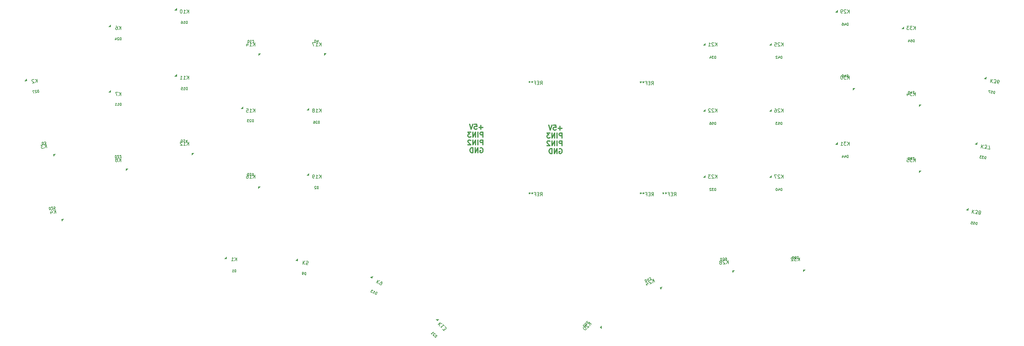
<source format=gbr>
G04 #@! TF.GenerationSoftware,KiCad,Pcbnew,(6.0.7)*
G04 #@! TF.CreationDate,2022-09-25T19:35:04+02:00*
G04 #@! TF.ProjectId,xiao_split,7869616f-5f73-4706-9c69-742e6b696361,rev?*
G04 #@! TF.SameCoordinates,Original*
G04 #@! TF.FileFunction,Legend,Bot*
G04 #@! TF.FilePolarity,Positive*
%FSLAX46Y46*%
G04 Gerber Fmt 4.6, Leading zero omitted, Abs format (unit mm)*
G04 Created by KiCad (PCBNEW (6.0.7)) date 2022-09-25 19:35:04*
%MOMM*%
%LPD*%
G01*
G04 APERTURE LIST*
%ADD10C,0.300000*%
%ADD11C,0.150000*%
%ADD12C,0.100000*%
G04 APERTURE END LIST*
D10*
X228251666Y-77389000D02*
X227185000Y-77389000D01*
X227718333Y-77922333D02*
X227718333Y-76855666D01*
X225851666Y-76522333D02*
X226518333Y-76522333D01*
X226585000Y-77189000D01*
X226518333Y-77122333D01*
X226385000Y-77055666D01*
X226051666Y-77055666D01*
X225918333Y-77122333D01*
X225851666Y-77189000D01*
X225785000Y-77322333D01*
X225785000Y-77655666D01*
X225851666Y-77789000D01*
X225918333Y-77855666D01*
X226051666Y-77922333D01*
X226385000Y-77922333D01*
X226518333Y-77855666D01*
X226585000Y-77789000D01*
X225385000Y-76522333D02*
X224918333Y-77922333D01*
X224451666Y-76522333D01*
X228251666Y-80176333D02*
X228251666Y-78776333D01*
X227718333Y-78776333D01*
X227585000Y-78843000D01*
X227518333Y-78909666D01*
X227451666Y-79043000D01*
X227451666Y-79243000D01*
X227518333Y-79376333D01*
X227585000Y-79443000D01*
X227718333Y-79509666D01*
X228251666Y-79509666D01*
X226851666Y-80176333D02*
X226851666Y-78776333D01*
X226185000Y-80176333D02*
X226185000Y-78776333D01*
X225385000Y-80176333D01*
X225385000Y-78776333D01*
X224851666Y-78776333D02*
X223985000Y-78776333D01*
X224451666Y-79309666D01*
X224251666Y-79309666D01*
X224118333Y-79376333D01*
X224051666Y-79443000D01*
X223985000Y-79576333D01*
X223985000Y-79909666D01*
X224051666Y-80043000D01*
X224118333Y-80109666D01*
X224251666Y-80176333D01*
X224651666Y-80176333D01*
X224785000Y-80109666D01*
X224851666Y-80043000D01*
X228251666Y-82430333D02*
X228251666Y-81030333D01*
X227718333Y-81030333D01*
X227585000Y-81097000D01*
X227518333Y-81163666D01*
X227451666Y-81297000D01*
X227451666Y-81497000D01*
X227518333Y-81630333D01*
X227585000Y-81697000D01*
X227718333Y-81763666D01*
X228251666Y-81763666D01*
X226851666Y-82430333D02*
X226851666Y-81030333D01*
X226185000Y-82430333D02*
X226185000Y-81030333D01*
X225385000Y-82430333D01*
X225385000Y-81030333D01*
X224785000Y-81163666D02*
X224718333Y-81097000D01*
X224585000Y-81030333D01*
X224251666Y-81030333D01*
X224118333Y-81097000D01*
X224051666Y-81163666D01*
X223985000Y-81297000D01*
X223985000Y-81430333D01*
X224051666Y-81630333D01*
X224851666Y-82430333D01*
X223985000Y-82430333D01*
X227518333Y-83351000D02*
X227651666Y-83284333D01*
X227851666Y-83284333D01*
X228051666Y-83351000D01*
X228185000Y-83484333D01*
X228251666Y-83617666D01*
X228318333Y-83884333D01*
X228318333Y-84084333D01*
X228251666Y-84351000D01*
X228185000Y-84484333D01*
X228051666Y-84617666D01*
X227851666Y-84684333D01*
X227718333Y-84684333D01*
X227518333Y-84617666D01*
X227451666Y-84551000D01*
X227451666Y-84084333D01*
X227718333Y-84084333D01*
X226851666Y-84684333D02*
X226851666Y-83284333D01*
X226051666Y-84684333D01*
X226051666Y-83284333D01*
X225385000Y-84684333D02*
X225385000Y-83284333D01*
X225051666Y-83284333D01*
X224851666Y-83351000D01*
X224718333Y-83484333D01*
X224651666Y-83617666D01*
X224585000Y-83884333D01*
X224585000Y-84084333D01*
X224651666Y-84351000D01*
X224718333Y-84484333D01*
X224851666Y-84617666D01*
X225051666Y-84684333D01*
X225385000Y-84684333D01*
X205481666Y-77139000D02*
X204415000Y-77139000D01*
X204948333Y-77672333D02*
X204948333Y-76605666D01*
X203081666Y-76272333D02*
X203748333Y-76272333D01*
X203815000Y-76939000D01*
X203748333Y-76872333D01*
X203615000Y-76805666D01*
X203281666Y-76805666D01*
X203148333Y-76872333D01*
X203081666Y-76939000D01*
X203015000Y-77072333D01*
X203015000Y-77405666D01*
X203081666Y-77539000D01*
X203148333Y-77605666D01*
X203281666Y-77672333D01*
X203615000Y-77672333D01*
X203748333Y-77605666D01*
X203815000Y-77539000D01*
X202615000Y-76272333D02*
X202148333Y-77672333D01*
X201681666Y-76272333D01*
X205481666Y-79926333D02*
X205481666Y-78526333D01*
X204948333Y-78526333D01*
X204815000Y-78593000D01*
X204748333Y-78659666D01*
X204681666Y-78793000D01*
X204681666Y-78993000D01*
X204748333Y-79126333D01*
X204815000Y-79193000D01*
X204948333Y-79259666D01*
X205481666Y-79259666D01*
X204081666Y-79926333D02*
X204081666Y-78526333D01*
X203415000Y-79926333D02*
X203415000Y-78526333D01*
X202615000Y-79926333D01*
X202615000Y-78526333D01*
X202081666Y-78526333D02*
X201215000Y-78526333D01*
X201681666Y-79059666D01*
X201481666Y-79059666D01*
X201348333Y-79126333D01*
X201281666Y-79193000D01*
X201215000Y-79326333D01*
X201215000Y-79659666D01*
X201281666Y-79793000D01*
X201348333Y-79859666D01*
X201481666Y-79926333D01*
X201881666Y-79926333D01*
X202015000Y-79859666D01*
X202081666Y-79793000D01*
X205481666Y-82180333D02*
X205481666Y-80780333D01*
X204948333Y-80780333D01*
X204815000Y-80847000D01*
X204748333Y-80913666D01*
X204681666Y-81047000D01*
X204681666Y-81247000D01*
X204748333Y-81380333D01*
X204815000Y-81447000D01*
X204948333Y-81513666D01*
X205481666Y-81513666D01*
X204081666Y-82180333D02*
X204081666Y-80780333D01*
X203415000Y-82180333D02*
X203415000Y-80780333D01*
X202615000Y-82180333D01*
X202615000Y-80780333D01*
X202015000Y-80913666D02*
X201948333Y-80847000D01*
X201815000Y-80780333D01*
X201481666Y-80780333D01*
X201348333Y-80847000D01*
X201281666Y-80913666D01*
X201215000Y-81047000D01*
X201215000Y-81180333D01*
X201281666Y-81380333D01*
X202081666Y-82180333D01*
X201215000Y-82180333D01*
X204748333Y-83101000D02*
X204881666Y-83034333D01*
X205081666Y-83034333D01*
X205281666Y-83101000D01*
X205415000Y-83234333D01*
X205481666Y-83367666D01*
X205548333Y-83634333D01*
X205548333Y-83834333D01*
X205481666Y-84101000D01*
X205415000Y-84234333D01*
X205281666Y-84367666D01*
X205081666Y-84434333D01*
X204948333Y-84434333D01*
X204748333Y-84367666D01*
X204681666Y-84301000D01*
X204681666Y-83834333D01*
X204948333Y-83834333D01*
X204081666Y-84434333D02*
X204081666Y-83034333D01*
X203281666Y-84434333D01*
X203281666Y-83034333D01*
X202615000Y-84434333D02*
X202615000Y-83034333D01*
X202281666Y-83034333D01*
X202081666Y-83101000D01*
X201948333Y-83234333D01*
X201881666Y-83367666D01*
X201815000Y-83634333D01*
X201815000Y-83834333D01*
X201881666Y-84101000D01*
X201948333Y-84234333D01*
X202081666Y-84367666D01*
X202281666Y-84434333D01*
X202615000Y-84434333D01*
D11*
G04 #@! TO.C,K12*
X120837520Y-82299651D02*
X120837520Y-81299651D01*
X120266092Y-82299651D02*
X120694663Y-81728223D01*
X120266092Y-81299651D02*
X120837520Y-81871080D01*
X119313711Y-82299651D02*
X119885139Y-82299651D01*
X119599425Y-82299651D02*
X119599425Y-81299651D01*
X119694663Y-81442509D01*
X119789901Y-81537747D01*
X119885139Y-81585366D01*
X118932758Y-81394890D02*
X118885139Y-81347271D01*
X118789901Y-81299651D01*
X118551806Y-81299651D01*
X118456568Y-81347271D01*
X118408949Y-81394890D01*
X118361330Y-81490128D01*
X118361330Y-81585366D01*
X118408949Y-81728223D01*
X118980377Y-82299651D01*
X118361330Y-82299651D01*
G04 #@! TO.C,K22*
X272914285Y-72769880D02*
X272914285Y-71769880D01*
X272342857Y-72769880D02*
X272771428Y-72198452D01*
X272342857Y-71769880D02*
X272914285Y-72341309D01*
X271961904Y-71865119D02*
X271914285Y-71817500D01*
X271819047Y-71769880D01*
X271580952Y-71769880D01*
X271485714Y-71817500D01*
X271438095Y-71865119D01*
X271390476Y-71960357D01*
X271390476Y-72055595D01*
X271438095Y-72198452D01*
X272009523Y-72769880D01*
X271390476Y-72769880D01*
X271009523Y-71865119D02*
X270961904Y-71817500D01*
X270866666Y-71769880D01*
X270628571Y-71769880D01*
X270533333Y-71817500D01*
X270485714Y-71865119D01*
X270438095Y-71960357D01*
X270438095Y-72055595D01*
X270485714Y-72198452D01*
X271057142Y-72769880D01*
X270438095Y-72769880D01*
G04 #@! TO.C,K27*
X291964285Y-91819880D02*
X291964285Y-90819880D01*
X291392857Y-91819880D02*
X291821428Y-91248452D01*
X291392857Y-90819880D02*
X291964285Y-91391309D01*
X291011904Y-90915119D02*
X290964285Y-90867500D01*
X290869047Y-90819880D01*
X290630952Y-90819880D01*
X290535714Y-90867500D01*
X290488095Y-90915119D01*
X290440476Y-91010357D01*
X290440476Y-91105595D01*
X290488095Y-91248452D01*
X291059523Y-91819880D01*
X290440476Y-91819880D01*
X290107142Y-90819880D02*
X289440476Y-90819880D01*
X289869047Y-91819880D01*
G04 #@! TO.C,K8*
X101288095Y-87062151D02*
X101288095Y-86062151D01*
X100716666Y-87062151D02*
X101145238Y-86490723D01*
X100716666Y-86062151D02*
X101288095Y-86633580D01*
X100145238Y-86490723D02*
X100240476Y-86443104D01*
X100288095Y-86395485D01*
X100335714Y-86300247D01*
X100335714Y-86252628D01*
X100288095Y-86157390D01*
X100240476Y-86109771D01*
X100145238Y-86062151D01*
X99954761Y-86062151D01*
X99859523Y-86109771D01*
X99811904Y-86157390D01*
X99764285Y-86252628D01*
X99764285Y-86300247D01*
X99811904Y-86395485D01*
X99859523Y-86443104D01*
X99954761Y-86490723D01*
X100145238Y-86490723D01*
X100240476Y-86538342D01*
X100288095Y-86585961D01*
X100335714Y-86681199D01*
X100335714Y-86871675D01*
X100288095Y-86966913D01*
X100240476Y-87014532D01*
X100145238Y-87062151D01*
X99954761Y-87062151D01*
X99859523Y-87014532D01*
X99811904Y-86966913D01*
X99764285Y-86871675D01*
X99764285Y-86681199D01*
X99811904Y-86585961D01*
X99859523Y-86538342D01*
X99954761Y-86490723D01*
G04 #@! TO.C,K14*
X139887520Y-53724651D02*
X139887520Y-52724651D01*
X139316092Y-53724651D02*
X139744663Y-53153223D01*
X139316092Y-52724651D02*
X139887520Y-53296080D01*
X138363711Y-53724651D02*
X138935139Y-53724651D01*
X138649425Y-53724651D02*
X138649425Y-52724651D01*
X138744663Y-52867509D01*
X138839901Y-52962747D01*
X138935139Y-53010366D01*
X137506568Y-53057985D02*
X137506568Y-53724651D01*
X137744663Y-52677032D02*
X137982758Y-53391318D01*
X137363711Y-53391318D01*
G04 #@! TO.C,K7*
X101311330Y-68012151D02*
X101311330Y-67012151D01*
X100739901Y-68012151D02*
X101168473Y-67440723D01*
X100739901Y-67012151D02*
X101311330Y-67583580D01*
X100406568Y-67012151D02*
X99739901Y-67012151D01*
X100168473Y-68012151D01*
G04 #@! TO.C,K32*
X296726785Y-115632380D02*
X296726785Y-114632380D01*
X296155357Y-115632380D02*
X296583928Y-115060952D01*
X296155357Y-114632380D02*
X296726785Y-115203809D01*
X295822023Y-114632380D02*
X295202976Y-114632380D01*
X295536309Y-115013333D01*
X295393452Y-115013333D01*
X295298214Y-115060952D01*
X295250595Y-115108571D01*
X295202976Y-115203809D01*
X295202976Y-115441904D01*
X295250595Y-115537142D01*
X295298214Y-115584761D01*
X295393452Y-115632380D01*
X295679166Y-115632380D01*
X295774404Y-115584761D01*
X295822023Y-115537142D01*
X294822023Y-114727619D02*
X294774404Y-114680000D01*
X294679166Y-114632380D01*
X294441071Y-114632380D01*
X294345833Y-114680000D01*
X294298214Y-114727619D01*
X294250595Y-114822857D01*
X294250595Y-114918095D01*
X294298214Y-115060952D01*
X294869642Y-115632380D01*
X294250595Y-115632380D01*
G04 #@! TO.C,K6*
X101311330Y-48962151D02*
X101311330Y-47962151D01*
X100739901Y-48962151D02*
X101168473Y-48390723D01*
X100739901Y-47962151D02*
X101311330Y-48533580D01*
X99882758Y-47962151D02*
X100073235Y-47962151D01*
X100168473Y-48009771D01*
X100216092Y-48057390D01*
X100311330Y-48200247D01*
X100358949Y-48390723D01*
X100358949Y-48771675D01*
X100311330Y-48866913D01*
X100263711Y-48914532D01*
X100168473Y-48962151D01*
X99977996Y-48962151D01*
X99882758Y-48914532D01*
X99835139Y-48866913D01*
X99787520Y-48771675D01*
X99787520Y-48533580D01*
X99835139Y-48438342D01*
X99882758Y-48390723D01*
X99977996Y-48343104D01*
X100168473Y-48343104D01*
X100263711Y-48390723D01*
X100311330Y-48438342D01*
X100358949Y-48533580D01*
G04 #@! TO.C,K2*
X77285746Y-64149356D02*
X77146573Y-63159088D01*
X76719878Y-64228883D02*
X77064752Y-63603370D01*
X76580705Y-63238615D02*
X77226100Y-63724955D01*
X76216715Y-63385945D02*
X76162932Y-63345417D01*
X76061993Y-63311516D01*
X75826215Y-63344652D01*
X75738531Y-63405062D01*
X75698003Y-63458845D01*
X75664102Y-63559784D01*
X75677357Y-63654095D01*
X75744394Y-63788934D01*
X76389789Y-64275274D01*
X75776766Y-64361429D01*
G04 #@! TO.C,K35*
X330064285Y-87057380D02*
X330064285Y-86057380D01*
X329492857Y-87057380D02*
X329921428Y-86485952D01*
X329492857Y-86057380D02*
X330064285Y-86628809D01*
X329159523Y-86057380D02*
X328540476Y-86057380D01*
X328873809Y-86438333D01*
X328730952Y-86438333D01*
X328635714Y-86485952D01*
X328588095Y-86533571D01*
X328540476Y-86628809D01*
X328540476Y-86866904D01*
X328588095Y-86962142D01*
X328635714Y-87009761D01*
X328730952Y-87057380D01*
X329016666Y-87057380D01*
X329111904Y-87009761D01*
X329159523Y-86962142D01*
X327635714Y-86057380D02*
X328111904Y-86057380D01*
X328159523Y-86533571D01*
X328111904Y-86485952D01*
X328016666Y-86438333D01*
X327778571Y-86438333D01*
X327683333Y-86485952D01*
X327635714Y-86533571D01*
X327588095Y-86628809D01*
X327588095Y-86866904D01*
X327635714Y-86962142D01*
X327683333Y-87009761D01*
X327778571Y-87057380D01*
X328016666Y-87057380D01*
X328111904Y-87009761D01*
X328159523Y-86962142D01*
G04 #@! TO.C,K24*
X254949997Y-121678690D02*
X254527378Y-120772382D01*
X254432106Y-121920186D02*
X254579028Y-121221173D01*
X254009488Y-121013878D02*
X254768874Y-121290272D01*
X253704477Y-121261190D02*
X253641195Y-121238158D01*
X253534755Y-121235249D01*
X253318968Y-121335873D01*
X253252778Y-121419280D01*
X253229745Y-121482562D01*
X253226837Y-121589002D01*
X253267086Y-121675317D01*
X253370617Y-121784664D01*
X254130004Y-122061058D01*
X253568956Y-122322679D01*
X252510375Y-122080718D02*
X252792121Y-122684924D01*
X252565165Y-121634835D02*
X253082823Y-122181574D01*
X252521776Y-122443195D01*
G04 #@! TO.C,K1*
X134648830Y-115637151D02*
X134648830Y-114637151D01*
X134077401Y-115637151D02*
X134505973Y-115065723D01*
X134077401Y-114637151D02*
X134648830Y-115208580D01*
X133125020Y-115637151D02*
X133696449Y-115637151D01*
X133410735Y-115637151D02*
X133410735Y-114637151D01*
X133505973Y-114780009D01*
X133601211Y-114875247D01*
X133696449Y-114922866D01*
G04 #@! TO.C,K21*
X272924285Y-53727380D02*
X272924285Y-52727380D01*
X272352857Y-53727380D02*
X272781428Y-53155952D01*
X272352857Y-52727380D02*
X272924285Y-53298809D01*
X271971904Y-52822619D02*
X271924285Y-52775000D01*
X271829047Y-52727380D01*
X271590952Y-52727380D01*
X271495714Y-52775000D01*
X271448095Y-52822619D01*
X271400476Y-52917857D01*
X271400476Y-53013095D01*
X271448095Y-53155952D01*
X272019523Y-53727380D01*
X271400476Y-53727380D01*
X270448095Y-53727380D02*
X271019523Y-53727380D01*
X270733809Y-53727380D02*
X270733809Y-52727380D01*
X270829047Y-52870238D01*
X270924285Y-52965476D01*
X271019523Y-53013095D01*
G04 #@! TO.C,K5*
X153747422Y-115577929D02*
X153660266Y-116574123D01*
X154316676Y-115627732D02*
X153839932Y-116159634D01*
X154229520Y-116623927D02*
X153710069Y-116004869D01*
X155130839Y-116702782D02*
X154656460Y-116661279D01*
X154650525Y-116182750D01*
X154693813Y-116234339D01*
X154784538Y-116290077D01*
X155021728Y-116310828D01*
X155120754Y-116271691D01*
X155172342Y-116228404D01*
X155228080Y-116137678D01*
X155248831Y-115900489D01*
X155209694Y-115801463D01*
X155166407Y-115749875D01*
X155075681Y-115694136D01*
X154838492Y-115673385D01*
X154739466Y-115712522D01*
X154687878Y-115755810D01*
G04 #@! TO.C,K37*
X349117593Y-82066131D02*
X348978420Y-83056399D01*
X349683461Y-82145659D02*
X349179533Y-82651881D01*
X349544288Y-83135927D02*
X349057948Y-82490532D01*
X349874377Y-83182318D02*
X350487400Y-83268473D01*
X350210329Y-82844837D01*
X350351796Y-82864718D01*
X350452735Y-82830817D01*
X350506517Y-82790289D01*
X350566928Y-82702605D01*
X350600064Y-82466827D01*
X350566163Y-82365888D01*
X350525635Y-82312106D01*
X350437951Y-82251695D01*
X350155017Y-82211932D01*
X350054079Y-82245833D01*
X350000296Y-82286361D01*
X350817490Y-83314864D02*
X351477668Y-83407646D01*
X351192441Y-82357732D01*
G04 #@! TO.C,K16*
X139884285Y-91824651D02*
X139884285Y-90824651D01*
X139312857Y-91824651D02*
X139741428Y-91253223D01*
X139312857Y-90824651D02*
X139884285Y-91396080D01*
X138360476Y-91824651D02*
X138931904Y-91824651D01*
X138646190Y-91824651D02*
X138646190Y-90824651D01*
X138741428Y-90967509D01*
X138836666Y-91062747D01*
X138931904Y-91110366D01*
X137503333Y-90824651D02*
X137693809Y-90824651D01*
X137789047Y-90872271D01*
X137836666Y-90919890D01*
X137931904Y-91062747D01*
X137979523Y-91253223D01*
X137979523Y-91634175D01*
X137931904Y-91729413D01*
X137884285Y-91777032D01*
X137789047Y-91824651D01*
X137598571Y-91824651D01*
X137503333Y-91777032D01*
X137455714Y-91729413D01*
X137408095Y-91634175D01*
X137408095Y-91396080D01*
X137455714Y-91300842D01*
X137503333Y-91253223D01*
X137598571Y-91205604D01*
X137789047Y-91205604D01*
X137884285Y-91253223D01*
X137931904Y-91300842D01*
X137979523Y-91396080D01*
G04 #@! TO.C,K17*
X158937520Y-53724651D02*
X158937520Y-52724651D01*
X158366092Y-53724651D02*
X158794663Y-53153223D01*
X158366092Y-52724651D02*
X158937520Y-53296080D01*
X157413711Y-53724651D02*
X157985139Y-53724651D01*
X157699425Y-53724651D02*
X157699425Y-52724651D01*
X157794663Y-52867509D01*
X157889901Y-52962747D01*
X157985139Y-53010366D01*
X157080377Y-52724651D02*
X156413711Y-52724651D01*
X156842282Y-53724651D01*
G04 #@! TO.C,K18*
X158937520Y-72774651D02*
X158937520Y-71774651D01*
X158366092Y-72774651D02*
X158794663Y-72203223D01*
X158366092Y-71774651D02*
X158937520Y-72346080D01*
X157413711Y-72774651D02*
X157985139Y-72774651D01*
X157699425Y-72774651D02*
X157699425Y-71774651D01*
X157794663Y-71917509D01*
X157889901Y-72012747D01*
X157985139Y-72060366D01*
X156842282Y-72203223D02*
X156937520Y-72155604D01*
X156985139Y-72107985D01*
X157032758Y-72012747D01*
X157032758Y-71965128D01*
X156985139Y-71869890D01*
X156937520Y-71822271D01*
X156842282Y-71774651D01*
X156651806Y-71774651D01*
X156556568Y-71822271D01*
X156508949Y-71869890D01*
X156461330Y-71965128D01*
X156461330Y-72012747D01*
X156508949Y-72107985D01*
X156556568Y-72155604D01*
X156651806Y-72203223D01*
X156842282Y-72203223D01*
X156937520Y-72250842D01*
X156985139Y-72298461D01*
X157032758Y-72393699D01*
X157032758Y-72584175D01*
X156985139Y-72679413D01*
X156937520Y-72727032D01*
X156842282Y-72774651D01*
X156651806Y-72774651D01*
X156556568Y-72727032D01*
X156508949Y-72679413D01*
X156461330Y-72584175D01*
X156461330Y-72393699D01*
X156508949Y-72298461D01*
X156556568Y-72250842D01*
X156651806Y-72203223D01*
G04 #@! TO.C,K11*
X120837520Y-63249651D02*
X120837520Y-62249651D01*
X120266092Y-63249651D02*
X120694663Y-62678223D01*
X120266092Y-62249651D02*
X120837520Y-62821080D01*
X119313711Y-63249651D02*
X119885139Y-63249651D01*
X119599425Y-63249651D02*
X119599425Y-62249651D01*
X119694663Y-62392509D01*
X119789901Y-62487747D01*
X119885139Y-62535366D01*
X118361330Y-63249651D02*
X118932758Y-63249651D01*
X118647044Y-63249651D02*
X118647044Y-62249651D01*
X118742282Y-62392509D01*
X118837520Y-62487747D01*
X118932758Y-62535366D01*
G04 #@! TO.C,K23*
X272914285Y-91819880D02*
X272914285Y-90819880D01*
X272342857Y-91819880D02*
X272771428Y-91248452D01*
X272342857Y-90819880D02*
X272914285Y-91391309D01*
X271961904Y-90915119D02*
X271914285Y-90867500D01*
X271819047Y-90819880D01*
X271580952Y-90819880D01*
X271485714Y-90867500D01*
X271438095Y-90915119D01*
X271390476Y-91010357D01*
X271390476Y-91105595D01*
X271438095Y-91248452D01*
X272009523Y-91819880D01*
X271390476Y-91819880D01*
X271057142Y-90819880D02*
X270438095Y-90819880D01*
X270771428Y-91200833D01*
X270628571Y-91200833D01*
X270533333Y-91248452D01*
X270485714Y-91296071D01*
X270438095Y-91391309D01*
X270438095Y-91629404D01*
X270485714Y-91724642D01*
X270533333Y-91772261D01*
X270628571Y-91819880D01*
X270914285Y-91819880D01*
X271009523Y-91772261D01*
X271057142Y-91724642D01*
G04 #@! TO.C,K36*
X351788615Y-63199708D02*
X351649442Y-64189976D01*
X352354483Y-63279236D02*
X351850555Y-63785458D01*
X352215310Y-64269504D02*
X351728970Y-63624109D01*
X352545399Y-64315895D02*
X353158422Y-64402050D01*
X352881351Y-63978414D01*
X353022818Y-63998295D01*
X353123757Y-63964394D01*
X353177539Y-63923866D01*
X353237950Y-63836182D01*
X353271086Y-63600404D01*
X353237185Y-63499465D01*
X353196657Y-63445683D01*
X353108973Y-63385272D01*
X352826039Y-63345509D01*
X352725101Y-63379410D01*
X352671318Y-63419938D01*
X354007223Y-64521341D02*
X353818601Y-64494832D01*
X353730917Y-64434421D01*
X353690389Y-64380638D01*
X353615959Y-64225917D01*
X353595313Y-64030667D01*
X353648331Y-63653422D01*
X353708741Y-63565738D01*
X353762524Y-63525210D01*
X353863463Y-63491309D01*
X354052085Y-63517818D01*
X354139769Y-63578228D01*
X354180298Y-63632011D01*
X354214199Y-63732950D01*
X354181062Y-63968728D01*
X354120652Y-64056412D01*
X354066869Y-64096940D01*
X353965930Y-64130841D01*
X353777308Y-64104332D01*
X353689624Y-64043922D01*
X353649096Y-63990139D01*
X353615195Y-63889200D01*
G04 #@! TO.C,K15*
X139887520Y-72774651D02*
X139887520Y-71774651D01*
X139316092Y-72774651D02*
X139744663Y-72203223D01*
X139316092Y-71774651D02*
X139887520Y-72346080D01*
X138363711Y-72774651D02*
X138935139Y-72774651D01*
X138649425Y-72774651D02*
X138649425Y-71774651D01*
X138744663Y-71917509D01*
X138839901Y-72012747D01*
X138935139Y-72060366D01*
X137458949Y-71774651D02*
X137935139Y-71774651D01*
X137982758Y-72250842D01*
X137935139Y-72203223D01*
X137839901Y-72155604D01*
X137601806Y-72155604D01*
X137506568Y-72203223D01*
X137458949Y-72250842D01*
X137411330Y-72346080D01*
X137411330Y-72584175D01*
X137458949Y-72679413D01*
X137506568Y-72727032D01*
X137601806Y-72774651D01*
X137839901Y-72774651D01*
X137935139Y-72727032D01*
X137982758Y-72679413D01*
G04 #@! TO.C,K25*
X291964285Y-53719880D02*
X291964285Y-52719880D01*
X291392857Y-53719880D02*
X291821428Y-53148452D01*
X291392857Y-52719880D02*
X291964285Y-53291309D01*
X291011904Y-52815119D02*
X290964285Y-52767500D01*
X290869047Y-52719880D01*
X290630952Y-52719880D01*
X290535714Y-52767500D01*
X290488095Y-52815119D01*
X290440476Y-52910357D01*
X290440476Y-53005595D01*
X290488095Y-53148452D01*
X291059523Y-53719880D01*
X290440476Y-53719880D01*
X289535714Y-52719880D02*
X290011904Y-52719880D01*
X290059523Y-53196071D01*
X290011904Y-53148452D01*
X289916666Y-53100833D01*
X289678571Y-53100833D01*
X289583333Y-53148452D01*
X289535714Y-53196071D01*
X289488095Y-53291309D01*
X289488095Y-53529404D01*
X289535714Y-53624642D01*
X289583333Y-53672261D01*
X289678571Y-53719880D01*
X289916666Y-53719880D01*
X290011904Y-53672261D01*
X290059523Y-53624642D01*
G04 #@! TO.C,K13*
X193316187Y-133266552D02*
X192609081Y-133973659D01*
X193720248Y-133670613D02*
X193013142Y-133771628D01*
X193013142Y-134377720D02*
X193013142Y-133569598D01*
X194393684Y-134344048D02*
X193989623Y-133939987D01*
X194191653Y-134142018D02*
X193484546Y-134849125D01*
X193518218Y-134680766D01*
X193518218Y-134546079D01*
X193484546Y-134445064D01*
X193922279Y-135286857D02*
X194360012Y-135724590D01*
X194393684Y-135219514D01*
X194494699Y-135320529D01*
X194595714Y-135354201D01*
X194663058Y-135354201D01*
X194764073Y-135320529D01*
X194932432Y-135152170D01*
X194966103Y-135051155D01*
X194966103Y-134983812D01*
X194932432Y-134882796D01*
X194730401Y-134680766D01*
X194629386Y-134647094D01*
X194562042Y-134647094D01*
G04 #@! TO.C,K10*
X120837520Y-44199651D02*
X120837520Y-43199651D01*
X120266092Y-44199651D02*
X120694663Y-43628223D01*
X120266092Y-43199651D02*
X120837520Y-43771080D01*
X119313711Y-44199651D02*
X119885139Y-44199651D01*
X119599425Y-44199651D02*
X119599425Y-43199651D01*
X119694663Y-43342509D01*
X119789901Y-43437747D01*
X119885139Y-43485366D01*
X118694663Y-43199651D02*
X118599425Y-43199651D01*
X118504187Y-43247271D01*
X118456568Y-43294890D01*
X118408949Y-43390128D01*
X118361330Y-43580604D01*
X118361330Y-43818699D01*
X118408949Y-44009175D01*
X118456568Y-44104413D01*
X118504187Y-44152032D01*
X118599425Y-44199651D01*
X118694663Y-44199651D01*
X118789901Y-44152032D01*
X118837520Y-44104413D01*
X118885139Y-44009175D01*
X118932758Y-43818699D01*
X118932758Y-43580604D01*
X118885139Y-43390128D01*
X118837520Y-43294890D01*
X118789901Y-43247271D01*
X118694663Y-43199651D01*
G04 #@! TO.C,K30*
X311014285Y-63244880D02*
X311014285Y-62244880D01*
X310442857Y-63244880D02*
X310871428Y-62673452D01*
X310442857Y-62244880D02*
X311014285Y-62816309D01*
X310109523Y-62244880D02*
X309490476Y-62244880D01*
X309823809Y-62625833D01*
X309680952Y-62625833D01*
X309585714Y-62673452D01*
X309538095Y-62721071D01*
X309490476Y-62816309D01*
X309490476Y-63054404D01*
X309538095Y-63149642D01*
X309585714Y-63197261D01*
X309680952Y-63244880D01*
X309966666Y-63244880D01*
X310061904Y-63197261D01*
X310109523Y-63149642D01*
X308871428Y-62244880D02*
X308776190Y-62244880D01*
X308680952Y-62292500D01*
X308633333Y-62340119D01*
X308585714Y-62435357D01*
X308538095Y-62625833D01*
X308538095Y-62863928D01*
X308585714Y-63054404D01*
X308633333Y-63149642D01*
X308680952Y-63197261D01*
X308776190Y-63244880D01*
X308871428Y-63244880D01*
X308966666Y-63197261D01*
X309014285Y-63149642D01*
X309061904Y-63054404D01*
X309109523Y-62863928D01*
X309109523Y-62625833D01*
X309061904Y-62435357D01*
X309014285Y-62340119D01*
X308966666Y-62292500D01*
X308871428Y-62244880D01*
G04 #@! TO.C,K31*
X311014285Y-82294880D02*
X311014285Y-81294880D01*
X310442857Y-82294880D02*
X310871428Y-81723452D01*
X310442857Y-81294880D02*
X311014285Y-81866309D01*
X310109523Y-81294880D02*
X309490476Y-81294880D01*
X309823809Y-81675833D01*
X309680952Y-81675833D01*
X309585714Y-81723452D01*
X309538095Y-81771071D01*
X309490476Y-81866309D01*
X309490476Y-82104404D01*
X309538095Y-82199642D01*
X309585714Y-82247261D01*
X309680952Y-82294880D01*
X309966666Y-82294880D01*
X310061904Y-82247261D01*
X310109523Y-82199642D01*
X308538095Y-82294880D02*
X309109523Y-82294880D01*
X308823809Y-82294880D02*
X308823809Y-81294880D01*
X308919047Y-81437738D01*
X309014285Y-81532976D01*
X309109523Y-81580595D01*
G04 #@! TO.C,K3*
X79935746Y-83009356D02*
X79796573Y-82019088D01*
X79369878Y-83088883D02*
X79714752Y-82463370D01*
X79230705Y-82098615D02*
X79876100Y-82584955D01*
X78900616Y-82145006D02*
X78287593Y-82231161D01*
X78670701Y-82562015D01*
X78529234Y-82581897D01*
X78441550Y-82642307D01*
X78401021Y-82696090D01*
X78367120Y-82797029D01*
X78400257Y-83032807D01*
X78460667Y-83120491D01*
X78514450Y-83161019D01*
X78615388Y-83194920D01*
X78898322Y-83155156D01*
X78986006Y-83094746D01*
X79026535Y-83040963D01*
G04 #@! TO.C,K28*
X276195811Y-116410245D02*
X276108655Y-115414050D01*
X275626557Y-116460048D02*
X276003694Y-115853442D01*
X275539401Y-115463854D02*
X276158459Y-115983304D01*
X275168199Y-115591931D02*
X275116611Y-115548644D01*
X275017585Y-115509507D01*
X274780396Y-115530258D01*
X274689670Y-115585996D01*
X274646383Y-115637584D01*
X274607245Y-115736610D01*
X274615546Y-115831486D01*
X274675435Y-115969649D01*
X275294492Y-116489100D01*
X274677800Y-116543054D01*
X274058743Y-116023603D02*
X274149468Y-115967865D01*
X274192756Y-115916276D01*
X274231893Y-115817250D01*
X274227743Y-115769813D01*
X274172004Y-115679087D01*
X274120416Y-115635800D01*
X274021390Y-115596662D01*
X273831639Y-115613263D01*
X273740913Y-115669002D01*
X273697626Y-115720590D01*
X273658489Y-115819616D01*
X273662639Y-115867054D01*
X273718377Y-115957779D01*
X273769965Y-116001067D01*
X273868991Y-116040204D01*
X274058743Y-116023603D01*
X274157769Y-116062740D01*
X274209357Y-116106028D01*
X274265095Y-116196753D01*
X274281696Y-116386505D01*
X274242559Y-116485531D01*
X274199271Y-116537119D01*
X274108546Y-116592857D01*
X273918795Y-116609458D01*
X273819769Y-116570321D01*
X273768181Y-116527033D01*
X273712442Y-116436308D01*
X273695841Y-116246557D01*
X273734978Y-116147531D01*
X273778266Y-116095942D01*
X273868991Y-116040204D01*
G04 #@! TO.C,K20*
X236733575Y-133888815D02*
X236026468Y-133181709D01*
X236329514Y-134292876D02*
X236228499Y-133585770D01*
X235622407Y-133585770D02*
X236430529Y-133585770D01*
X235420376Y-133922487D02*
X235353033Y-133922487D01*
X235252018Y-133956159D01*
X235083659Y-134124518D01*
X235049987Y-134225533D01*
X235049987Y-134292876D01*
X235083659Y-134393892D01*
X235151002Y-134461235D01*
X235285689Y-134528579D01*
X236093812Y-134528579D01*
X235656079Y-134966312D01*
X234511239Y-134696938D02*
X234443896Y-134764281D01*
X234410224Y-134865296D01*
X234410224Y-134932640D01*
X234443896Y-135033655D01*
X234544911Y-135202014D01*
X234713270Y-135370373D01*
X234881628Y-135471388D01*
X234982644Y-135505060D01*
X235049987Y-135505060D01*
X235151002Y-135471388D01*
X235218346Y-135404044D01*
X235252018Y-135303029D01*
X235252018Y-135235686D01*
X235218346Y-135134670D01*
X235117331Y-134966312D01*
X234948972Y-134797953D01*
X234780613Y-134696938D01*
X234679598Y-134663266D01*
X234612254Y-134663266D01*
X234511239Y-134696938D01*
G04 #@! TO.C,K34*
X330064285Y-68007380D02*
X330064285Y-67007380D01*
X329492857Y-68007380D02*
X329921428Y-67435952D01*
X329492857Y-67007380D02*
X330064285Y-67578809D01*
X329159523Y-67007380D02*
X328540476Y-67007380D01*
X328873809Y-67388333D01*
X328730952Y-67388333D01*
X328635714Y-67435952D01*
X328588095Y-67483571D01*
X328540476Y-67578809D01*
X328540476Y-67816904D01*
X328588095Y-67912142D01*
X328635714Y-67959761D01*
X328730952Y-68007380D01*
X329016666Y-68007380D01*
X329111904Y-67959761D01*
X329159523Y-67912142D01*
X327683333Y-67340714D02*
X327683333Y-68007380D01*
X327921428Y-66959761D02*
X328159523Y-67674047D01*
X327540476Y-67674047D01*
G04 #@! TO.C,K38*
X346448037Y-100882656D02*
X346308864Y-101872924D01*
X347013905Y-100962184D02*
X346509977Y-101468406D01*
X346874732Y-101952452D02*
X346388392Y-101307057D01*
X347204821Y-101998843D02*
X347817844Y-102084998D01*
X347540773Y-101661362D01*
X347682240Y-101681243D01*
X347783179Y-101647342D01*
X347836961Y-101606814D01*
X347897372Y-101519130D01*
X347930508Y-101283352D01*
X347896607Y-101182413D01*
X347856079Y-101128631D01*
X347768395Y-101068220D01*
X347485461Y-101028457D01*
X347384523Y-101062358D01*
X347330740Y-101102886D01*
X348443357Y-101740124D02*
X348342419Y-101774025D01*
X348288636Y-101814554D01*
X348228226Y-101902238D01*
X348221598Y-101949393D01*
X348255499Y-102050332D01*
X348296028Y-102104115D01*
X348383712Y-102164525D01*
X348572334Y-102191034D01*
X348673273Y-102157133D01*
X348727056Y-102116605D01*
X348787466Y-102028921D01*
X348794093Y-101981765D01*
X348760192Y-101880827D01*
X348719664Y-101827044D01*
X348631980Y-101766634D01*
X348443357Y-101740124D01*
X348355673Y-101679714D01*
X348315145Y-101625931D01*
X348281244Y-101524993D01*
X348307753Y-101336370D01*
X348368163Y-101248686D01*
X348421946Y-101208158D01*
X348522885Y-101174257D01*
X348711507Y-101200766D01*
X348799191Y-101261176D01*
X348839720Y-101314959D01*
X348873621Y-101415898D01*
X348847111Y-101604520D01*
X348786701Y-101692204D01*
X348732918Y-101732733D01*
X348631980Y-101766634D01*
G04 #@! TO.C,K29*
X311014285Y-44194880D02*
X311014285Y-43194880D01*
X310442857Y-44194880D02*
X310871428Y-43623452D01*
X310442857Y-43194880D02*
X311014285Y-43766309D01*
X310061904Y-43290119D02*
X310014285Y-43242500D01*
X309919047Y-43194880D01*
X309680952Y-43194880D01*
X309585714Y-43242500D01*
X309538095Y-43290119D01*
X309490476Y-43385357D01*
X309490476Y-43480595D01*
X309538095Y-43623452D01*
X310109523Y-44194880D01*
X309490476Y-44194880D01*
X309014285Y-44194880D02*
X308823809Y-44194880D01*
X308728571Y-44147261D01*
X308680952Y-44099642D01*
X308585714Y-43956785D01*
X308538095Y-43766309D01*
X308538095Y-43385357D01*
X308585714Y-43290119D01*
X308633333Y-43242500D01*
X308728571Y-43194880D01*
X308919047Y-43194880D01*
X309014285Y-43242500D01*
X309061904Y-43290119D01*
X309109523Y-43385357D01*
X309109523Y-43623452D01*
X309061904Y-43718690D01*
X309014285Y-43766309D01*
X308919047Y-43813928D01*
X308728571Y-43813928D01*
X308633333Y-43766309D01*
X308585714Y-43718690D01*
X308538095Y-43623452D01*
G04 #@! TO.C,K33*
X330064285Y-48957380D02*
X330064285Y-47957380D01*
X329492857Y-48957380D02*
X329921428Y-48385952D01*
X329492857Y-47957380D02*
X330064285Y-48528809D01*
X329159523Y-47957380D02*
X328540476Y-47957380D01*
X328873809Y-48338333D01*
X328730952Y-48338333D01*
X328635714Y-48385952D01*
X328588095Y-48433571D01*
X328540476Y-48528809D01*
X328540476Y-48766904D01*
X328588095Y-48862142D01*
X328635714Y-48909761D01*
X328730952Y-48957380D01*
X329016666Y-48957380D01*
X329111904Y-48909761D01*
X329159523Y-48862142D01*
X328207142Y-47957380D02*
X327588095Y-47957380D01*
X327921428Y-48338333D01*
X327778571Y-48338333D01*
X327683333Y-48385952D01*
X327635714Y-48433571D01*
X327588095Y-48528809D01*
X327588095Y-48766904D01*
X327635714Y-48862142D01*
X327683333Y-48909761D01*
X327778571Y-48957380D01*
X328064285Y-48957380D01*
X328159523Y-48909761D01*
X328207142Y-48862142D01*
G04 #@! TO.C,K4*
X82595746Y-101859356D02*
X82456573Y-100869088D01*
X82029878Y-101938883D02*
X82374752Y-101313370D01*
X81890705Y-100948615D02*
X82536100Y-101434955D01*
X81088295Y-101397996D02*
X81181077Y-102058175D01*
X81271055Y-100987614D02*
X81606242Y-101661812D01*
X80993219Y-101747967D01*
G04 #@! TO.C,K19*
X158937520Y-91807380D02*
X158937520Y-90807380D01*
X158366092Y-91807380D02*
X158794663Y-91235952D01*
X158366092Y-90807380D02*
X158937520Y-91378809D01*
X157413711Y-91807380D02*
X157985139Y-91807380D01*
X157699425Y-91807380D02*
X157699425Y-90807380D01*
X157794663Y-90950238D01*
X157889901Y-91045476D01*
X157985139Y-91093095D01*
X156937520Y-91807380D02*
X156747044Y-91807380D01*
X156651806Y-91759761D01*
X156604187Y-91712142D01*
X156508949Y-91569285D01*
X156461330Y-91378809D01*
X156461330Y-90997857D01*
X156508949Y-90902619D01*
X156556568Y-90855000D01*
X156651806Y-90807380D01*
X156842282Y-90807380D01*
X156937520Y-90855000D01*
X156985139Y-90902619D01*
X157032758Y-90997857D01*
X157032758Y-91235952D01*
X156985139Y-91331190D01*
X156937520Y-91378809D01*
X156842282Y-91426428D01*
X156651806Y-91426428D01*
X156556568Y-91378809D01*
X156508949Y-91331190D01*
X156461330Y-91235952D01*
G04 #@! TO.C,K26*
X291964285Y-72769880D02*
X291964285Y-71769880D01*
X291392857Y-72769880D02*
X291821428Y-72198452D01*
X291392857Y-71769880D02*
X291964285Y-72341309D01*
X291011904Y-71865119D02*
X290964285Y-71817500D01*
X290869047Y-71769880D01*
X290630952Y-71769880D01*
X290535714Y-71817500D01*
X290488095Y-71865119D01*
X290440476Y-71960357D01*
X290440476Y-72055595D01*
X290488095Y-72198452D01*
X291059523Y-72769880D01*
X290440476Y-72769880D01*
X289583333Y-71769880D02*
X289773809Y-71769880D01*
X289869047Y-71817500D01*
X289916666Y-71865119D01*
X290011904Y-72007976D01*
X290059523Y-72198452D01*
X290059523Y-72579404D01*
X290011904Y-72674642D01*
X289964285Y-72722261D01*
X289869047Y-72769880D01*
X289678571Y-72769880D01*
X289583333Y-72722261D01*
X289535714Y-72674642D01*
X289488095Y-72579404D01*
X289488095Y-72341309D01*
X289535714Y-72246071D01*
X289583333Y-72198452D01*
X289678571Y-72150833D01*
X289869047Y-72150833D01*
X289964285Y-72198452D01*
X290011904Y-72246071D01*
X290059523Y-72341309D01*
G04 #@! TO.C,K9*
X175260429Y-121065598D02*
X174837811Y-121971905D01*
X175778320Y-121307094D02*
X175148406Y-121643862D01*
X175355701Y-122213402D02*
X175079307Y-121454015D01*
X176209895Y-121508341D02*
X176382525Y-121588839D01*
X176448715Y-121672246D01*
X176471748Y-121735528D01*
X176497689Y-121905250D01*
X176460348Y-122098005D01*
X176299350Y-122443265D01*
X176215944Y-122509455D01*
X176152661Y-122532488D01*
X176046222Y-122535396D01*
X175873592Y-122454898D01*
X175807401Y-122371491D01*
X175784368Y-122308209D01*
X175781460Y-122201769D01*
X175882084Y-121985981D01*
X175965490Y-121919791D01*
X176028773Y-121896758D01*
X176135212Y-121893850D01*
X176307842Y-121974349D01*
X176374033Y-122057756D01*
X176397066Y-122121038D01*
X176399974Y-122227477D01*
G04 #@! TO.C,D11*
X101380000Y-70826666D02*
X101380000Y-70126666D01*
X101213333Y-70126666D01*
X101113333Y-70160000D01*
X101046666Y-70226666D01*
X101013333Y-70293333D01*
X100980000Y-70426666D01*
X100980000Y-70526666D01*
X101013333Y-70660000D01*
X101046666Y-70726666D01*
X101113333Y-70793333D01*
X101213333Y-70826666D01*
X101380000Y-70826666D01*
X100313333Y-70826666D02*
X100713333Y-70826666D01*
X100513333Y-70826666D02*
X100513333Y-70126666D01*
X100580000Y-70226666D01*
X100646666Y-70293333D01*
X100713333Y-70326666D01*
X99646666Y-70826666D02*
X100046666Y-70826666D01*
X99846666Y-70826666D02*
X99846666Y-70126666D01*
X99913333Y-70226666D01*
X99980000Y-70293333D01*
X100046666Y-70326666D01*
G04 #@! TO.C,D33*
X350265392Y-86241445D02*
X350362813Y-85548257D01*
X350197768Y-85525061D01*
X350094102Y-85544153D01*
X350018806Y-85600893D01*
X349976519Y-85662271D01*
X349924954Y-85789668D01*
X349911037Y-85888695D01*
X349925489Y-86025370D01*
X349949220Y-86096027D01*
X350005959Y-86171323D01*
X350100347Y-86218249D01*
X350265392Y-86241445D01*
X349735643Y-85460114D02*
X349306527Y-85399806D01*
X349500477Y-85696351D01*
X349401450Y-85682433D01*
X349330793Y-85706164D01*
X349293145Y-85734534D01*
X349250858Y-85795913D01*
X349227662Y-85960957D01*
X349251393Y-86031614D01*
X349279763Y-86069262D01*
X349341142Y-86111550D01*
X349539195Y-86139384D01*
X349609852Y-86115654D01*
X349647500Y-86087284D01*
X349075465Y-85367332D02*
X348646348Y-85307024D01*
X348840298Y-85603569D01*
X348741271Y-85589651D01*
X348670614Y-85613382D01*
X348632966Y-85641752D01*
X348590679Y-85703131D01*
X348567484Y-85868175D01*
X348591214Y-85938832D01*
X348619584Y-85976480D01*
X348680963Y-86018768D01*
X348879017Y-86046602D01*
X348949674Y-86022871D01*
X348987322Y-85994502D01*
G04 #@! TO.C,REF\u002A\u002A*
X222033333Y-64802380D02*
X222366666Y-64326190D01*
X222604761Y-64802380D02*
X222604761Y-63802380D01*
X222223809Y-63802380D01*
X222128571Y-63850000D01*
X222080952Y-63897619D01*
X222033333Y-63992857D01*
X222033333Y-64135714D01*
X222080952Y-64230952D01*
X222128571Y-64278571D01*
X222223809Y-64326190D01*
X222604761Y-64326190D01*
X221604761Y-64278571D02*
X221271428Y-64278571D01*
X221128571Y-64802380D02*
X221604761Y-64802380D01*
X221604761Y-63802380D01*
X221128571Y-63802380D01*
X220366666Y-64278571D02*
X220700000Y-64278571D01*
X220700000Y-64802380D02*
X220700000Y-63802380D01*
X220223809Y-63802380D01*
X219700000Y-63802380D02*
X219700000Y-64040476D01*
X219938095Y-63945238D02*
X219700000Y-64040476D01*
X219461904Y-63945238D01*
X219842857Y-64230952D02*
X219700000Y-64040476D01*
X219557142Y-64230952D01*
X218938095Y-63802380D02*
X218938095Y-64040476D01*
X219176190Y-63945238D02*
X218938095Y-64040476D01*
X218700000Y-63945238D01*
X219080952Y-64230952D02*
X218938095Y-64040476D01*
X218795238Y-64230952D01*
G04 #@! TO.C,D52*
X328000000Y-85775833D02*
X328000000Y-86475833D01*
X328166666Y-86475833D01*
X328266666Y-86442500D01*
X328333333Y-86375833D01*
X328366666Y-86309166D01*
X328400000Y-86175833D01*
X328400000Y-86075833D01*
X328366666Y-85942500D01*
X328333333Y-85875833D01*
X328266666Y-85809166D01*
X328166666Y-85775833D01*
X328000000Y-85775833D01*
X329033333Y-86475833D02*
X328700000Y-86475833D01*
X328666666Y-86142500D01*
X328700000Y-86175833D01*
X328766666Y-86209166D01*
X328933333Y-86209166D01*
X329000000Y-86175833D01*
X329033333Y-86142500D01*
X329066666Y-86075833D01*
X329066666Y-85909166D01*
X329033333Y-85842500D01*
X329000000Y-85809166D01*
X328933333Y-85775833D01*
X328766666Y-85775833D01*
X328700000Y-85809166D01*
X328666666Y-85842500D01*
X329333333Y-86409166D02*
X329366666Y-86442500D01*
X329433333Y-86475833D01*
X329600000Y-86475833D01*
X329666666Y-86442500D01*
X329700000Y-86409166D01*
X329733333Y-86342500D01*
X329733333Y-86275833D01*
X329700000Y-86175833D01*
X329300000Y-85775833D01*
X329733333Y-85775833D01*
G04 #@! TO.C,REF\u002A\u002A*
X254083333Y-96862380D02*
X254416666Y-96386190D01*
X254654761Y-96862380D02*
X254654761Y-95862380D01*
X254273809Y-95862380D01*
X254178571Y-95910000D01*
X254130952Y-95957619D01*
X254083333Y-96052857D01*
X254083333Y-96195714D01*
X254130952Y-96290952D01*
X254178571Y-96338571D01*
X254273809Y-96386190D01*
X254654761Y-96386190D01*
X253654761Y-96338571D02*
X253321428Y-96338571D01*
X253178571Y-96862380D02*
X253654761Y-96862380D01*
X253654761Y-95862380D01*
X253178571Y-95862380D01*
X252416666Y-96338571D02*
X252750000Y-96338571D01*
X252750000Y-96862380D02*
X252750000Y-95862380D01*
X252273809Y-95862380D01*
X251750000Y-95862380D02*
X251750000Y-96100476D01*
X251988095Y-96005238D02*
X251750000Y-96100476D01*
X251511904Y-96005238D01*
X251892857Y-96290952D02*
X251750000Y-96100476D01*
X251607142Y-96290952D01*
X250988095Y-95862380D02*
X250988095Y-96100476D01*
X251226190Y-96005238D02*
X250988095Y-96100476D01*
X250750000Y-96005238D01*
X251130952Y-96290952D02*
X250988095Y-96100476D01*
X250845238Y-96290952D01*
G04 #@! TO.C,D53*
X291600000Y-76321666D02*
X291600000Y-75621666D01*
X291433333Y-75621666D01*
X291333333Y-75655000D01*
X291266666Y-75721666D01*
X291233333Y-75788333D01*
X291200000Y-75921666D01*
X291200000Y-76021666D01*
X291233333Y-76155000D01*
X291266666Y-76221666D01*
X291333333Y-76288333D01*
X291433333Y-76321666D01*
X291600000Y-76321666D01*
X290566666Y-75621666D02*
X290900000Y-75621666D01*
X290933333Y-75955000D01*
X290900000Y-75921666D01*
X290833333Y-75888333D01*
X290666666Y-75888333D01*
X290600000Y-75921666D01*
X290566666Y-75955000D01*
X290533333Y-76021666D01*
X290533333Y-76188333D01*
X290566666Y-76255000D01*
X290600000Y-76288333D01*
X290666666Y-76321666D01*
X290833333Y-76321666D01*
X290900000Y-76288333D01*
X290933333Y-76255000D01*
X290300000Y-75621666D02*
X289866666Y-75621666D01*
X290100000Y-75888333D01*
X290000000Y-75888333D01*
X289933333Y-75921666D01*
X289900000Y-75955000D01*
X289866666Y-76021666D01*
X289866666Y-76188333D01*
X289900000Y-76255000D01*
X289933333Y-76288333D01*
X290000000Y-76321666D01*
X290200000Y-76321666D01*
X290266666Y-76288333D01*
X290300000Y-76255000D01*
G04 #@! TO.C,D39*
X273932608Y-114826611D02*
X273993617Y-115523948D01*
X274159649Y-115509422D01*
X274256363Y-115467499D01*
X274316966Y-115395276D01*
X274344362Y-115325958D01*
X274365948Y-115190227D01*
X274357232Y-115090607D01*
X274312405Y-114960687D01*
X274273388Y-114897179D01*
X274201165Y-114836576D01*
X274098640Y-114812085D01*
X273932608Y-114826611D01*
X274624540Y-115468749D02*
X275056224Y-115430981D01*
X274800537Y-115185666D01*
X274900157Y-115176950D01*
X274963665Y-115137933D01*
X274993966Y-115101822D01*
X275021362Y-115032504D01*
X275006836Y-114866471D01*
X274967819Y-114802963D01*
X274931708Y-114772662D01*
X274862389Y-114745266D01*
X274663150Y-114762697D01*
X274599643Y-114801714D01*
X274569341Y-114837826D01*
X275327280Y-114704593D02*
X275460106Y-114692972D01*
X275529424Y-114720369D01*
X275565536Y-114750670D01*
X275640665Y-114844479D01*
X275685492Y-114974400D01*
X275708733Y-115240052D01*
X275681337Y-115309370D01*
X275651036Y-115345481D01*
X275587528Y-115384498D01*
X275454702Y-115396119D01*
X275385384Y-115368723D01*
X275349272Y-115338422D01*
X275310256Y-115274914D01*
X275295730Y-115108881D01*
X275323126Y-115039563D01*
X275353427Y-115003452D01*
X275416935Y-114964435D01*
X275549761Y-114952814D01*
X275619079Y-114980210D01*
X275655191Y-115010511D01*
X275694207Y-115074019D01*
G04 #@! TO.C,D51*
X234360118Y-134212199D02*
X234855092Y-134707174D01*
X234972943Y-134589323D01*
X235020084Y-134495042D01*
X235020084Y-134400761D01*
X234996514Y-134330050D01*
X234925803Y-134212199D01*
X234855092Y-134141488D01*
X234737241Y-134070778D01*
X234666531Y-134047208D01*
X234572250Y-134047208D01*
X234477969Y-134094348D01*
X234360118Y-134212199D01*
X235585769Y-133976497D02*
X235350067Y-134212199D01*
X235090795Y-134000067D01*
X235137935Y-134000067D01*
X235208646Y-133976497D01*
X235326497Y-133858646D01*
X235350067Y-133787935D01*
X235350067Y-133740795D01*
X235326497Y-133670084D01*
X235208646Y-133552233D01*
X235137935Y-133528663D01*
X235090795Y-133528663D01*
X235020084Y-133552233D01*
X234902233Y-133670084D01*
X234878663Y-133740795D01*
X234878663Y-133787935D01*
X235585769Y-132986547D02*
X235302927Y-133269390D01*
X235444348Y-133127969D02*
X235939323Y-133622943D01*
X235821472Y-133599373D01*
X235727191Y-133599373D01*
X235656480Y-133622943D01*
G04 #@! TO.C,D16*
X120390000Y-47226666D02*
X120390000Y-46526666D01*
X120223333Y-46526666D01*
X120123333Y-46560000D01*
X120056666Y-46626666D01*
X120023333Y-46693333D01*
X119990000Y-46826666D01*
X119990000Y-46926666D01*
X120023333Y-47060000D01*
X120056666Y-47126666D01*
X120123333Y-47193333D01*
X120223333Y-47226666D01*
X120390000Y-47226666D01*
X119323333Y-47226666D02*
X119723333Y-47226666D01*
X119523333Y-47226666D02*
X119523333Y-46526666D01*
X119590000Y-46626666D01*
X119656666Y-46693333D01*
X119723333Y-46726666D01*
X118723333Y-46526666D02*
X118856666Y-46526666D01*
X118923333Y-46560000D01*
X118956666Y-46593333D01*
X119023333Y-46693333D01*
X119056666Y-46826666D01*
X119056666Y-47093333D01*
X119023333Y-47160000D01*
X118990000Y-47193333D01*
X118923333Y-47226666D01*
X118790000Y-47226666D01*
X118723333Y-47193333D01*
X118690000Y-47160000D01*
X118656666Y-47093333D01*
X118656666Y-46926666D01*
X118690000Y-46860000D01*
X118723333Y-46826666D01*
X118790000Y-46793333D01*
X118923333Y-46793333D01*
X118990000Y-46826666D01*
X119023333Y-46860000D01*
X119056666Y-46926666D01*
G04 #@! TO.C,D43*
X252128311Y-121108982D02*
X252424144Y-121743397D01*
X252575195Y-121672961D01*
X252651738Y-121600489D01*
X252683984Y-121511893D01*
X252686020Y-121437386D01*
X252659881Y-121302457D01*
X252617619Y-121211827D01*
X252531060Y-121105073D01*
X252472675Y-121058740D01*
X252384080Y-121026494D01*
X252279362Y-121038545D01*
X252128311Y-121108982D01*
X253231840Y-121109307D02*
X253034619Y-120686363D01*
X253193487Y-121421425D02*
X252831127Y-121038708D01*
X253223860Y-120855573D01*
X253602344Y-121193993D02*
X253995077Y-121010859D01*
X253670907Y-120867788D01*
X253761538Y-120825526D01*
X253807871Y-120767141D01*
X253823994Y-120722843D01*
X253826030Y-120648336D01*
X253755593Y-120497284D01*
X253697209Y-120450951D01*
X253652911Y-120434828D01*
X253578403Y-120432792D01*
X253397142Y-120517316D01*
X253350808Y-120575701D01*
X253334685Y-120619998D01*
G04 #@! TO.C,D4*
X157103333Y-51963333D02*
X157103333Y-52663333D01*
X157270000Y-52663333D01*
X157370000Y-52630000D01*
X157436666Y-52563333D01*
X157470000Y-52496666D01*
X157503333Y-52363333D01*
X157503333Y-52263333D01*
X157470000Y-52130000D01*
X157436666Y-52063333D01*
X157370000Y-51996666D01*
X157270000Y-51963333D01*
X157103333Y-51963333D01*
X158103333Y-52430000D02*
X158103333Y-51963333D01*
X157936666Y-52696666D02*
X157770000Y-52196666D01*
X158203333Y-52196666D01*
G04 #@! TO.C,D56*
X272550000Y-76321666D02*
X272550000Y-75621666D01*
X272383333Y-75621666D01*
X272283333Y-75655000D01*
X272216666Y-75721666D01*
X272183333Y-75788333D01*
X272150000Y-75921666D01*
X272150000Y-76021666D01*
X272183333Y-76155000D01*
X272216666Y-76221666D01*
X272283333Y-76288333D01*
X272383333Y-76321666D01*
X272550000Y-76321666D01*
X271516666Y-75621666D02*
X271850000Y-75621666D01*
X271883333Y-75955000D01*
X271850000Y-75921666D01*
X271783333Y-75888333D01*
X271616666Y-75888333D01*
X271550000Y-75921666D01*
X271516666Y-75955000D01*
X271483333Y-76021666D01*
X271483333Y-76188333D01*
X271516666Y-76255000D01*
X271550000Y-76288333D01*
X271616666Y-76321666D01*
X271783333Y-76321666D01*
X271850000Y-76288333D01*
X271883333Y-76255000D01*
X270883333Y-75621666D02*
X271016666Y-75621666D01*
X271083333Y-75655000D01*
X271116666Y-75688333D01*
X271183333Y-75788333D01*
X271216666Y-75921666D01*
X271216666Y-76188333D01*
X271183333Y-76255000D01*
X271150000Y-76288333D01*
X271083333Y-76321666D01*
X270950000Y-76321666D01*
X270883333Y-76288333D01*
X270850000Y-76255000D01*
X270816666Y-76188333D01*
X270816666Y-76021666D01*
X270850000Y-75955000D01*
X270883333Y-75921666D01*
X270950000Y-75888333D01*
X271083333Y-75888333D01*
X271150000Y-75921666D01*
X271183333Y-75955000D01*
X271216666Y-76021666D01*
G04 #@! TO.C,D24*
X101380000Y-51961666D02*
X101380000Y-51261666D01*
X101213333Y-51261666D01*
X101113333Y-51295000D01*
X101046666Y-51361666D01*
X101013333Y-51428333D01*
X100980000Y-51561666D01*
X100980000Y-51661666D01*
X101013333Y-51795000D01*
X101046666Y-51861666D01*
X101113333Y-51928333D01*
X101213333Y-51961666D01*
X101380000Y-51961666D01*
X100713333Y-51328333D02*
X100680000Y-51295000D01*
X100613333Y-51261666D01*
X100446666Y-51261666D01*
X100380000Y-51295000D01*
X100346666Y-51328333D01*
X100313333Y-51395000D01*
X100313333Y-51461666D01*
X100346666Y-51561666D01*
X100746666Y-51961666D01*
X100313333Y-51961666D01*
X99713333Y-51495000D02*
X99713333Y-51961666D01*
X99880000Y-51228333D02*
X100046666Y-51728333D01*
X99613333Y-51728333D01*
G04 #@! TO.C,D32*
X272550000Y-95371666D02*
X272550000Y-94671666D01*
X272383333Y-94671666D01*
X272283333Y-94705000D01*
X272216666Y-94771666D01*
X272183333Y-94838333D01*
X272150000Y-94971666D01*
X272150000Y-95071666D01*
X272183333Y-95205000D01*
X272216666Y-95271666D01*
X272283333Y-95338333D01*
X272383333Y-95371666D01*
X272550000Y-95371666D01*
X271916666Y-94671666D02*
X271483333Y-94671666D01*
X271716666Y-94938333D01*
X271616666Y-94938333D01*
X271550000Y-94971666D01*
X271516666Y-95005000D01*
X271483333Y-95071666D01*
X271483333Y-95238333D01*
X271516666Y-95305000D01*
X271550000Y-95338333D01*
X271616666Y-95371666D01*
X271816666Y-95371666D01*
X271883333Y-95338333D01*
X271916666Y-95305000D01*
X271216666Y-94738333D02*
X271183333Y-94705000D01*
X271116666Y-94671666D01*
X270950000Y-94671666D01*
X270883333Y-94705000D01*
X270850000Y-94738333D01*
X270816666Y-94805000D01*
X270816666Y-94871666D01*
X270850000Y-94971666D01*
X271250000Y-95371666D01*
X270816666Y-95371666D01*
G04 #@! TO.C,D22*
X99670000Y-85223333D02*
X99670000Y-85923333D01*
X99836666Y-85923333D01*
X99936666Y-85890000D01*
X100003333Y-85823333D01*
X100036666Y-85756666D01*
X100070000Y-85623333D01*
X100070000Y-85523333D01*
X100036666Y-85390000D01*
X100003333Y-85323333D01*
X99936666Y-85256666D01*
X99836666Y-85223333D01*
X99670000Y-85223333D01*
X100336666Y-85856666D02*
X100370000Y-85890000D01*
X100436666Y-85923333D01*
X100603333Y-85923333D01*
X100670000Y-85890000D01*
X100703333Y-85856666D01*
X100736666Y-85790000D01*
X100736666Y-85723333D01*
X100703333Y-85623333D01*
X100303333Y-85223333D01*
X100736666Y-85223333D01*
X101003333Y-85856666D02*
X101036666Y-85890000D01*
X101103333Y-85923333D01*
X101270000Y-85923333D01*
X101336666Y-85890000D01*
X101370000Y-85856666D01*
X101403333Y-85790000D01*
X101403333Y-85723333D01*
X101370000Y-85623333D01*
X100970000Y-85223333D01*
X101403333Y-85223333D01*
G04 #@! TO.C,D3*
X78592026Y-81433758D02*
X78689447Y-82126945D01*
X78854491Y-82103750D01*
X78948879Y-82056824D01*
X79005619Y-81981528D01*
X79029349Y-81910871D01*
X79043802Y-81774196D01*
X79029885Y-81675169D01*
X78978319Y-81547772D01*
X78936032Y-81486393D01*
X78860736Y-81429654D01*
X78757070Y-81410562D01*
X78592026Y-81433758D01*
X79316616Y-82038802D02*
X79745733Y-81978494D01*
X79477557Y-81746896D01*
X79576584Y-81732979D01*
X79637963Y-81690692D01*
X79666333Y-81653044D01*
X79690063Y-81582387D01*
X79666868Y-81417342D01*
X79624581Y-81355963D01*
X79586933Y-81327594D01*
X79516276Y-81303863D01*
X79318222Y-81331697D01*
X79256843Y-81373985D01*
X79228473Y-81411633D01*
G04 #@! TO.C,D23*
X139450000Y-75581666D02*
X139450000Y-74881666D01*
X139283333Y-74881666D01*
X139183333Y-74915000D01*
X139116666Y-74981666D01*
X139083333Y-75048333D01*
X139050000Y-75181666D01*
X139050000Y-75281666D01*
X139083333Y-75415000D01*
X139116666Y-75481666D01*
X139183333Y-75548333D01*
X139283333Y-75581666D01*
X139450000Y-75581666D01*
X138783333Y-74948333D02*
X138750000Y-74915000D01*
X138683333Y-74881666D01*
X138516666Y-74881666D01*
X138450000Y-74915000D01*
X138416666Y-74948333D01*
X138383333Y-75015000D01*
X138383333Y-75081666D01*
X138416666Y-75181666D01*
X138816666Y-75581666D01*
X138383333Y-75581666D01*
X138150000Y-74881666D02*
X137716666Y-74881666D01*
X137950000Y-75148333D01*
X137850000Y-75148333D01*
X137783333Y-75181666D01*
X137750000Y-75215000D01*
X137716666Y-75281666D01*
X137716666Y-75448333D01*
X137750000Y-75515000D01*
X137783333Y-75548333D01*
X137850000Y-75581666D01*
X138050000Y-75581666D01*
X138116666Y-75548333D01*
X138150000Y-75515000D01*
G04 #@! TO.C,D44*
X310650000Y-85846666D02*
X310650000Y-85146666D01*
X310483333Y-85146666D01*
X310383333Y-85180000D01*
X310316666Y-85246666D01*
X310283333Y-85313333D01*
X310250000Y-85446666D01*
X310250000Y-85546666D01*
X310283333Y-85680000D01*
X310316666Y-85746666D01*
X310383333Y-85813333D01*
X310483333Y-85846666D01*
X310650000Y-85846666D01*
X309650000Y-85380000D02*
X309650000Y-85846666D01*
X309816666Y-85113333D02*
X309983333Y-85613333D01*
X309550000Y-85613333D01*
X308983333Y-85380000D02*
X308983333Y-85846666D01*
X309150000Y-85113333D02*
X309316666Y-85613333D01*
X308883333Y-85613333D01*
G04 #@! TO.C,REF\u002A\u002A*
X260553333Y-96852380D02*
X260886666Y-96376190D01*
X261124761Y-96852380D02*
X261124761Y-95852380D01*
X260743809Y-95852380D01*
X260648571Y-95900000D01*
X260600952Y-95947619D01*
X260553333Y-96042857D01*
X260553333Y-96185714D01*
X260600952Y-96280952D01*
X260648571Y-96328571D01*
X260743809Y-96376190D01*
X261124761Y-96376190D01*
X260124761Y-96328571D02*
X259791428Y-96328571D01*
X259648571Y-96852380D02*
X260124761Y-96852380D01*
X260124761Y-95852380D01*
X259648571Y-95852380D01*
X258886666Y-96328571D02*
X259220000Y-96328571D01*
X259220000Y-96852380D02*
X259220000Y-95852380D01*
X258743809Y-95852380D01*
X258220000Y-95852380D02*
X258220000Y-96090476D01*
X258458095Y-95995238D02*
X258220000Y-96090476D01*
X257981904Y-95995238D01*
X258362857Y-96280952D02*
X258220000Y-96090476D01*
X258077142Y-96280952D01*
X257458095Y-95852380D02*
X257458095Y-96090476D01*
X257696190Y-95995238D02*
X257458095Y-96090476D01*
X257220000Y-95995238D01*
X257600952Y-96280952D02*
X257458095Y-96090476D01*
X257315238Y-96280952D01*
G04 #@! TO.C,D54*
X329700000Y-52509166D02*
X329700000Y-51809166D01*
X329533333Y-51809166D01*
X329433333Y-51842500D01*
X329366666Y-51909166D01*
X329333333Y-51975833D01*
X329300000Y-52109166D01*
X329300000Y-52209166D01*
X329333333Y-52342500D01*
X329366666Y-52409166D01*
X329433333Y-52475833D01*
X329533333Y-52509166D01*
X329700000Y-52509166D01*
X328666666Y-51809166D02*
X329000000Y-51809166D01*
X329033333Y-52142500D01*
X329000000Y-52109166D01*
X328933333Y-52075833D01*
X328766666Y-52075833D01*
X328700000Y-52109166D01*
X328666666Y-52142500D01*
X328633333Y-52209166D01*
X328633333Y-52375833D01*
X328666666Y-52442500D01*
X328700000Y-52475833D01*
X328766666Y-52509166D01*
X328933333Y-52509166D01*
X329000000Y-52475833D01*
X329033333Y-52442500D01*
X328033333Y-52042500D02*
X328033333Y-52509166D01*
X328200000Y-51775833D02*
X328366666Y-52275833D01*
X327933333Y-52275833D01*
G04 #@! TO.C,D1*
X134429901Y-118831437D02*
X134429901Y-118131437D01*
X134263235Y-118131437D01*
X134163235Y-118164771D01*
X134096568Y-118231437D01*
X134063235Y-118298104D01*
X134029901Y-118431437D01*
X134029901Y-118531437D01*
X134063235Y-118664771D01*
X134096568Y-118731437D01*
X134163235Y-118798104D01*
X134263235Y-118831437D01*
X134429901Y-118831437D01*
X133363235Y-118831437D02*
X133763235Y-118831437D01*
X133563235Y-118831437D02*
X133563235Y-118131437D01*
X133629901Y-118231437D01*
X133696568Y-118298104D01*
X133763235Y-118331437D01*
G04 #@! TO.C,D31*
X294662500Y-114350833D02*
X294662500Y-115050833D01*
X294829166Y-115050833D01*
X294929166Y-115017500D01*
X294995833Y-114950833D01*
X295029166Y-114884166D01*
X295062500Y-114750833D01*
X295062500Y-114650833D01*
X295029166Y-114517500D01*
X294995833Y-114450833D01*
X294929166Y-114384166D01*
X294829166Y-114350833D01*
X294662500Y-114350833D01*
X295295833Y-115050833D02*
X295729166Y-115050833D01*
X295495833Y-114784166D01*
X295595833Y-114784166D01*
X295662500Y-114750833D01*
X295695833Y-114717500D01*
X295729166Y-114650833D01*
X295729166Y-114484166D01*
X295695833Y-114417500D01*
X295662500Y-114384166D01*
X295595833Y-114350833D01*
X295395833Y-114350833D01*
X295329166Y-114384166D01*
X295295833Y-114417500D01*
X296395833Y-114350833D02*
X295995833Y-114350833D01*
X296195833Y-114350833D02*
X296195833Y-115050833D01*
X296129166Y-114950833D01*
X296062500Y-114884166D01*
X295995833Y-114850833D01*
G04 #@! TO.C,D14*
X118680000Y-80743333D02*
X118680000Y-81443333D01*
X118846666Y-81443333D01*
X118946666Y-81410000D01*
X119013333Y-81343333D01*
X119046666Y-81276666D01*
X119080000Y-81143333D01*
X119080000Y-81043333D01*
X119046666Y-80910000D01*
X119013333Y-80843333D01*
X118946666Y-80776666D01*
X118846666Y-80743333D01*
X118680000Y-80743333D01*
X119746666Y-80743333D02*
X119346666Y-80743333D01*
X119546666Y-80743333D02*
X119546666Y-81443333D01*
X119480000Y-81343333D01*
X119413333Y-81276666D01*
X119346666Y-81243333D01*
X120346666Y-81210000D02*
X120346666Y-80743333D01*
X120180000Y-81476666D02*
X120013333Y-80976666D01*
X120446666Y-80976666D01*
G04 #@! TO.C,D45*
X308950000Y-61963333D02*
X308950000Y-62663333D01*
X309116666Y-62663333D01*
X309216666Y-62630000D01*
X309283333Y-62563333D01*
X309316666Y-62496666D01*
X309350000Y-62363333D01*
X309350000Y-62263333D01*
X309316666Y-62130000D01*
X309283333Y-62063333D01*
X309216666Y-61996666D01*
X309116666Y-61963333D01*
X308950000Y-61963333D01*
X309950000Y-62430000D02*
X309950000Y-61963333D01*
X309783333Y-62696666D02*
X309616666Y-62196666D01*
X310050000Y-62196666D01*
X310650000Y-62663333D02*
X310316666Y-62663333D01*
X310283333Y-62330000D01*
X310316666Y-62363333D01*
X310383333Y-62396666D01*
X310550000Y-62396666D01*
X310616666Y-62363333D01*
X310650000Y-62330000D01*
X310683333Y-62263333D01*
X310683333Y-62096666D01*
X310650000Y-62030000D01*
X310616666Y-61996666D01*
X310550000Y-61963333D01*
X310383333Y-61963333D01*
X310316666Y-61996666D01*
X310283333Y-62030000D01*
G04 #@! TO.C,D2*
X158136666Y-94816666D02*
X158136666Y-94116666D01*
X157970000Y-94116666D01*
X157870000Y-94150000D01*
X157803333Y-94216666D01*
X157770000Y-94283333D01*
X157736666Y-94416666D01*
X157736666Y-94516666D01*
X157770000Y-94650000D01*
X157803333Y-94716666D01*
X157870000Y-94783333D01*
X157970000Y-94816666D01*
X158136666Y-94816666D01*
X157470000Y-94183333D02*
X157436666Y-94150000D01*
X157370000Y-94116666D01*
X157203333Y-94116666D01*
X157136666Y-94150000D01*
X157103333Y-94183333D01*
X157070000Y-94250000D01*
X157070000Y-94316666D01*
X157103333Y-94416666D01*
X157503333Y-94816666D01*
X157070000Y-94816666D01*
G04 #@! TO.C,D57*
X352835392Y-67414085D02*
X352932813Y-66720897D01*
X352767768Y-66697701D01*
X352664102Y-66716793D01*
X352588806Y-66773533D01*
X352546519Y-66834911D01*
X352494954Y-66962308D01*
X352481037Y-67061335D01*
X352495489Y-67198010D01*
X352519220Y-67268667D01*
X352575959Y-67343963D01*
X352670347Y-67390889D01*
X352835392Y-67414085D01*
X351909536Y-66577085D02*
X352239625Y-66623476D01*
X352226243Y-66958204D01*
X352197873Y-66920556D01*
X352136495Y-66878269D01*
X351971450Y-66855073D01*
X351900793Y-66878804D01*
X351863145Y-66907174D01*
X351820858Y-66968553D01*
X351797662Y-67133597D01*
X351821393Y-67204254D01*
X351849763Y-67241902D01*
X351911142Y-67284190D01*
X352076186Y-67307385D01*
X352146843Y-67283654D01*
X352184491Y-67255285D01*
X351645465Y-66539972D02*
X351183339Y-66475024D01*
X351382999Y-67209964D01*
G04 #@! TO.C,D40*
X291600000Y-95371666D02*
X291600000Y-94671666D01*
X291433333Y-94671666D01*
X291333333Y-94705000D01*
X291266666Y-94771666D01*
X291233333Y-94838333D01*
X291200000Y-94971666D01*
X291200000Y-95071666D01*
X291233333Y-95205000D01*
X291266666Y-95271666D01*
X291333333Y-95338333D01*
X291433333Y-95371666D01*
X291600000Y-95371666D01*
X290600000Y-94905000D02*
X290600000Y-95371666D01*
X290766666Y-94638333D02*
X290933333Y-95138333D01*
X290500000Y-95138333D01*
X290100000Y-94671666D02*
X290033333Y-94671666D01*
X289966666Y-94705000D01*
X289933333Y-94738333D01*
X289900000Y-94805000D01*
X289866666Y-94938333D01*
X289866666Y-95105000D01*
X289900000Y-95238333D01*
X289933333Y-95305000D01*
X289966666Y-95338333D01*
X290033333Y-95371666D01*
X290100000Y-95371666D01*
X290166666Y-95338333D01*
X290200000Y-95305000D01*
X290233333Y-95238333D01*
X290266666Y-95105000D01*
X290266666Y-94938333D01*
X290233333Y-94805000D01*
X290200000Y-94738333D01*
X290166666Y-94705000D01*
X290100000Y-94671666D01*
G04 #@! TO.C,REF\u002A\u002A*
X254053333Y-64852380D02*
X254386666Y-64376190D01*
X254624761Y-64852380D02*
X254624761Y-63852380D01*
X254243809Y-63852380D01*
X254148571Y-63900000D01*
X254100952Y-63947619D01*
X254053333Y-64042857D01*
X254053333Y-64185714D01*
X254100952Y-64280952D01*
X254148571Y-64328571D01*
X254243809Y-64376190D01*
X254624761Y-64376190D01*
X253624761Y-64328571D02*
X253291428Y-64328571D01*
X253148571Y-64852380D02*
X253624761Y-64852380D01*
X253624761Y-63852380D01*
X253148571Y-63852380D01*
X252386666Y-64328571D02*
X252720000Y-64328571D01*
X252720000Y-64852380D02*
X252720000Y-63852380D01*
X252243809Y-63852380D01*
X251720000Y-63852380D02*
X251720000Y-64090476D01*
X251958095Y-63995238D02*
X251720000Y-64090476D01*
X251481904Y-63995238D01*
X251862857Y-64280952D02*
X251720000Y-64090476D01*
X251577142Y-64280952D01*
X250958095Y-63852380D02*
X250958095Y-64090476D01*
X251196190Y-63995238D02*
X250958095Y-64090476D01*
X250720000Y-63995238D01*
X251100952Y-64280952D02*
X250958095Y-64090476D01*
X250815238Y-64280952D01*
G04 #@! TO.C,D41*
X328000000Y-66725833D02*
X328000000Y-67425833D01*
X328166666Y-67425833D01*
X328266666Y-67392500D01*
X328333333Y-67325833D01*
X328366666Y-67259166D01*
X328400000Y-67125833D01*
X328400000Y-67025833D01*
X328366666Y-66892500D01*
X328333333Y-66825833D01*
X328266666Y-66759166D01*
X328166666Y-66725833D01*
X328000000Y-66725833D01*
X329000000Y-67192500D02*
X329000000Y-66725833D01*
X328833333Y-67459166D02*
X328666666Y-66959166D01*
X329100000Y-66959166D01*
X329733333Y-66725833D02*
X329333333Y-66725833D01*
X329533333Y-66725833D02*
X329533333Y-67425833D01*
X329466666Y-67325833D01*
X329400000Y-67259166D01*
X329333333Y-67225833D01*
G04 #@! TO.C,D12*
X137850000Y-51978333D02*
X137850000Y-52678333D01*
X138016666Y-52678333D01*
X138116666Y-52645000D01*
X138183333Y-52578333D01*
X138216666Y-52511666D01*
X138250000Y-52378333D01*
X138250000Y-52278333D01*
X138216666Y-52145000D01*
X138183333Y-52078333D01*
X138116666Y-52011666D01*
X138016666Y-51978333D01*
X137850000Y-51978333D01*
X138916666Y-51978333D02*
X138516666Y-51978333D01*
X138716666Y-51978333D02*
X138716666Y-52678333D01*
X138650000Y-52578333D01*
X138583333Y-52511666D01*
X138516666Y-52478333D01*
X139183333Y-52611666D02*
X139216666Y-52645000D01*
X139283333Y-52678333D01*
X139450000Y-52678333D01*
X139516666Y-52645000D01*
X139550000Y-52611666D01*
X139583333Y-52545000D01*
X139583333Y-52478333D01*
X139550000Y-52378333D01*
X139150000Y-51978333D01*
X139583333Y-51978333D01*
G04 #@! TO.C,REF\u002A\u002A*
X222053333Y-96862380D02*
X222386666Y-96386190D01*
X222624761Y-96862380D02*
X222624761Y-95862380D01*
X222243809Y-95862380D01*
X222148571Y-95910000D01*
X222100952Y-95957619D01*
X222053333Y-96052857D01*
X222053333Y-96195714D01*
X222100952Y-96290952D01*
X222148571Y-96338571D01*
X222243809Y-96386190D01*
X222624761Y-96386190D01*
X221624761Y-96338571D02*
X221291428Y-96338571D01*
X221148571Y-96862380D02*
X221624761Y-96862380D01*
X221624761Y-95862380D01*
X221148571Y-95862380D01*
X220386666Y-96338571D02*
X220720000Y-96338571D01*
X220720000Y-96862380D02*
X220720000Y-95862380D01*
X220243809Y-95862380D01*
X219720000Y-95862380D02*
X219720000Y-96100476D01*
X219958095Y-96005238D02*
X219720000Y-96100476D01*
X219481904Y-96005238D01*
X219862857Y-96290952D02*
X219720000Y-96100476D01*
X219577142Y-96290952D01*
X218958095Y-95862380D02*
X218958095Y-96100476D01*
X219196190Y-96005238D02*
X218958095Y-96100476D01*
X218720000Y-96005238D01*
X219100952Y-96290952D02*
X218958095Y-96100476D01*
X218815238Y-96290952D01*
G04 #@! TO.C,D26*
X158470000Y-76001666D02*
X158470000Y-75301666D01*
X158303333Y-75301666D01*
X158203333Y-75335000D01*
X158136666Y-75401666D01*
X158103333Y-75468333D01*
X158070000Y-75601666D01*
X158070000Y-75701666D01*
X158103333Y-75835000D01*
X158136666Y-75901666D01*
X158203333Y-75968333D01*
X158303333Y-76001666D01*
X158470000Y-76001666D01*
X157803333Y-75368333D02*
X157770000Y-75335000D01*
X157703333Y-75301666D01*
X157536666Y-75301666D01*
X157470000Y-75335000D01*
X157436666Y-75368333D01*
X157403333Y-75435000D01*
X157403333Y-75501666D01*
X157436666Y-75601666D01*
X157836666Y-76001666D01*
X157403333Y-76001666D01*
X156803333Y-75301666D02*
X156936666Y-75301666D01*
X157003333Y-75335000D01*
X157036666Y-75368333D01*
X157103333Y-75468333D01*
X157136666Y-75601666D01*
X157136666Y-75868333D01*
X157103333Y-75935000D01*
X157070000Y-75968333D01*
X157003333Y-76001666D01*
X156870000Y-76001666D01*
X156803333Y-75968333D01*
X156770000Y-75935000D01*
X156736666Y-75868333D01*
X156736666Y-75701666D01*
X156770000Y-75635000D01*
X156803333Y-75601666D01*
X156870000Y-75568333D01*
X157003333Y-75568333D01*
X157070000Y-75601666D01*
X157103333Y-75635000D01*
X157136666Y-75701666D01*
G04 #@! TO.C,D15*
X120390000Y-66286666D02*
X120390000Y-65586666D01*
X120223333Y-65586666D01*
X120123333Y-65620000D01*
X120056666Y-65686666D01*
X120023333Y-65753333D01*
X119990000Y-65886666D01*
X119990000Y-65986666D01*
X120023333Y-66120000D01*
X120056666Y-66186666D01*
X120123333Y-66253333D01*
X120223333Y-66286666D01*
X120390000Y-66286666D01*
X119323333Y-66286666D02*
X119723333Y-66286666D01*
X119523333Y-66286666D02*
X119523333Y-65586666D01*
X119590000Y-65686666D01*
X119656666Y-65753333D01*
X119723333Y-65786666D01*
X118690000Y-65586666D02*
X119023333Y-65586666D01*
X119056666Y-65920000D01*
X119023333Y-65886666D01*
X118956666Y-65853333D01*
X118790000Y-65853333D01*
X118723333Y-65886666D01*
X118690000Y-65920000D01*
X118656666Y-65986666D01*
X118656666Y-66153333D01*
X118690000Y-66220000D01*
X118723333Y-66253333D01*
X118790000Y-66286666D01*
X118956666Y-66286666D01*
X119023333Y-66253333D01*
X119056666Y-66220000D01*
G04 #@! TO.C,D42*
X291600000Y-57271666D02*
X291600000Y-56571666D01*
X291433333Y-56571666D01*
X291333333Y-56605000D01*
X291266666Y-56671666D01*
X291233333Y-56738333D01*
X291200000Y-56871666D01*
X291200000Y-56971666D01*
X291233333Y-57105000D01*
X291266666Y-57171666D01*
X291333333Y-57238333D01*
X291433333Y-57271666D01*
X291600000Y-57271666D01*
X290600000Y-56805000D02*
X290600000Y-57271666D01*
X290766666Y-56538333D02*
X290933333Y-57038333D01*
X290500000Y-57038333D01*
X290266666Y-56638333D02*
X290233333Y-56605000D01*
X290166666Y-56571666D01*
X290000000Y-56571666D01*
X289933333Y-56605000D01*
X289900000Y-56638333D01*
X289866666Y-56705000D01*
X289866666Y-56771666D01*
X289900000Y-56871666D01*
X290300000Y-57271666D01*
X289866666Y-57271666D01*
G04 #@! TO.C,D13*
X174789034Y-125319468D02*
X175084867Y-124685053D01*
X174933815Y-124614617D01*
X174829097Y-124602565D01*
X174740502Y-124634811D01*
X174682118Y-124681144D01*
X174595558Y-124787898D01*
X174553296Y-124878529D01*
X174527158Y-125013457D01*
X174529193Y-125087965D01*
X174561439Y-125176560D01*
X174637983Y-125249032D01*
X174789034Y-125319468D01*
X173822306Y-124868676D02*
X174184829Y-125037723D01*
X174003567Y-124953199D02*
X174299400Y-124318784D01*
X174317559Y-124437589D01*
X174349805Y-124526184D01*
X174396138Y-124584569D01*
X173906667Y-124135649D02*
X173513933Y-123952515D01*
X173612707Y-124292808D01*
X173522076Y-124250546D01*
X173447568Y-124252582D01*
X173403271Y-124268705D01*
X173344886Y-124315038D01*
X173274450Y-124466089D01*
X173276485Y-124540597D01*
X173292608Y-124584894D01*
X173338942Y-124643279D01*
X173520203Y-124727803D01*
X173594711Y-124725767D01*
X173639008Y-124709644D01*
G04 #@! TO.C,D25*
X80631936Y-100205149D02*
X80729357Y-100898336D01*
X80894402Y-100875141D01*
X80988790Y-100828215D01*
X81045529Y-100752919D01*
X81069260Y-100682262D01*
X81083713Y-100545587D01*
X81069795Y-100446560D01*
X81018230Y-100319163D01*
X80975943Y-100257785D01*
X80900647Y-100201045D01*
X80796981Y-100181953D01*
X80631936Y-100205149D01*
X81380258Y-100739536D02*
X81417906Y-100767906D01*
X81488563Y-100791637D01*
X81653608Y-100768442D01*
X81714986Y-100726154D01*
X81743356Y-100688506D01*
X81767087Y-100617849D01*
X81757809Y-100551831D01*
X81710882Y-100457444D01*
X81259106Y-100117006D01*
X81688222Y-100056697D01*
X82412813Y-100661742D02*
X82082724Y-100708133D01*
X82003324Y-100382683D01*
X82040972Y-100411053D01*
X82111629Y-100434783D01*
X82276673Y-100411588D01*
X82338052Y-100369301D01*
X82366422Y-100331653D01*
X82390153Y-100260996D01*
X82366957Y-100095951D01*
X82324670Y-100034572D01*
X82287022Y-100006203D01*
X82216365Y-99982472D01*
X82051320Y-100005667D01*
X81989942Y-100047954D01*
X81961572Y-100085602D01*
G04 #@! TO.C,D55*
X347715392Y-105201445D02*
X347812813Y-104508257D01*
X347647768Y-104485061D01*
X347544102Y-104504153D01*
X347468806Y-104560893D01*
X347426519Y-104622271D01*
X347374954Y-104749668D01*
X347361037Y-104848695D01*
X347375489Y-104985370D01*
X347399220Y-105056027D01*
X347455959Y-105131323D01*
X347550347Y-105178249D01*
X347715392Y-105201445D01*
X346789536Y-104364445D02*
X347119625Y-104410836D01*
X347106243Y-104745564D01*
X347077873Y-104707916D01*
X347016495Y-104665629D01*
X346851450Y-104642433D01*
X346780793Y-104666164D01*
X346743145Y-104694534D01*
X346700858Y-104755913D01*
X346677662Y-104920957D01*
X346701393Y-104991614D01*
X346729763Y-105029262D01*
X346791142Y-105071550D01*
X346956186Y-105094745D01*
X347026843Y-105071014D01*
X347064491Y-105042645D01*
X346129357Y-104271663D02*
X346459447Y-104318054D01*
X346446065Y-104652782D01*
X346417695Y-104615134D01*
X346356316Y-104572847D01*
X346191271Y-104549651D01*
X346120614Y-104573382D01*
X346082966Y-104601752D01*
X346040679Y-104663131D01*
X346017484Y-104828175D01*
X346041214Y-104898832D01*
X346069584Y-104936480D01*
X346130963Y-104978768D01*
X346296008Y-105001963D01*
X346366665Y-104978232D01*
X346404313Y-104949863D01*
G04 #@! TO.C,D9*
X154524074Y-119636663D02*
X154585083Y-118939326D01*
X154419050Y-118924800D01*
X154316526Y-118949291D01*
X154244302Y-119009894D01*
X154205285Y-119073402D01*
X154160458Y-119203322D01*
X154151743Y-119302942D01*
X154173328Y-119438673D01*
X154200724Y-119507991D01*
X154261327Y-119580215D01*
X154358041Y-119622137D01*
X154524074Y-119636663D01*
X153793531Y-119572748D02*
X153660705Y-119561128D01*
X153597197Y-119522111D01*
X153566896Y-119485999D01*
X153509199Y-119380569D01*
X153487613Y-119244838D01*
X153510854Y-118979186D01*
X153549871Y-118915678D01*
X153585983Y-118885377D01*
X153655301Y-118857981D01*
X153788127Y-118869602D01*
X153851635Y-118908619D01*
X153881936Y-118944730D01*
X153909332Y-119014048D01*
X153894806Y-119180081D01*
X153855789Y-119243589D01*
X153819678Y-119273890D01*
X153750360Y-119301286D01*
X153617534Y-119289665D01*
X153554026Y-119250648D01*
X153523725Y-119214537D01*
X153496328Y-119145219D01*
G04 #@! TO.C,D46*
X310650000Y-47746666D02*
X310650000Y-47046666D01*
X310483333Y-47046666D01*
X310383333Y-47080000D01*
X310316666Y-47146666D01*
X310283333Y-47213333D01*
X310250000Y-47346666D01*
X310250000Y-47446666D01*
X310283333Y-47580000D01*
X310316666Y-47646666D01*
X310383333Y-47713333D01*
X310483333Y-47746666D01*
X310650000Y-47746666D01*
X309650000Y-47280000D02*
X309650000Y-47746666D01*
X309816666Y-47013333D02*
X309983333Y-47513333D01*
X309550000Y-47513333D01*
X308983333Y-47046666D02*
X309116666Y-47046666D01*
X309183333Y-47080000D01*
X309216666Y-47113333D01*
X309283333Y-47213333D01*
X309316666Y-47346666D01*
X309316666Y-47613333D01*
X309283333Y-47680000D01*
X309250000Y-47713333D01*
X309183333Y-47746666D01*
X309050000Y-47746666D01*
X308983333Y-47713333D01*
X308950000Y-47680000D01*
X308916666Y-47613333D01*
X308916666Y-47446666D01*
X308950000Y-47380000D01*
X308983333Y-47346666D01*
X309050000Y-47313333D01*
X309183333Y-47313333D01*
X309250000Y-47346666D01*
X309283333Y-47380000D01*
X309316666Y-47446666D01*
G04 #@! TO.C,D21*
X191842199Y-137702338D02*
X192337174Y-137207364D01*
X192219323Y-137089513D01*
X192125042Y-137042372D01*
X192030761Y-137042372D01*
X191960050Y-137065942D01*
X191842199Y-137136653D01*
X191771488Y-137207364D01*
X191700778Y-137325215D01*
X191677208Y-137395925D01*
X191677208Y-137490206D01*
X191724348Y-137584487D01*
X191842199Y-137702338D01*
X191818629Y-136783100D02*
X191818629Y-136735959D01*
X191795059Y-136665248D01*
X191677208Y-136547397D01*
X191606497Y-136523827D01*
X191559356Y-136523827D01*
X191488646Y-136547397D01*
X191441505Y-136594538D01*
X191394365Y-136688819D01*
X191394365Y-137254504D01*
X191087952Y-136948091D01*
X190616547Y-136476687D02*
X190899390Y-136759529D01*
X190757969Y-136618108D02*
X191252943Y-136123133D01*
X191229373Y-136240984D01*
X191229373Y-136335265D01*
X191252943Y-136405976D01*
G04 #@! TO.C,D27*
X77708063Y-67034850D02*
X77610642Y-66341663D01*
X77445597Y-66364858D01*
X77351209Y-66411784D01*
X77294470Y-66487080D01*
X77270739Y-66557737D01*
X77256286Y-66694412D01*
X77270204Y-66793439D01*
X77321769Y-66920836D01*
X77364056Y-66982214D01*
X77439352Y-67038954D01*
X77543018Y-67058046D01*
X77708063Y-67034850D01*
X76959741Y-66500463D02*
X76922093Y-66472093D01*
X76851436Y-66448362D01*
X76686391Y-66471557D01*
X76625013Y-66513845D01*
X76596643Y-66551493D01*
X76572912Y-66622150D01*
X76582190Y-66688168D01*
X76629117Y-66782555D01*
X77080893Y-67122993D01*
X76651777Y-67183302D01*
X76323293Y-66522588D02*
X75861168Y-66587535D01*
X76255670Y-67238971D01*
G04 #@! TO.C,D34*
X272550000Y-57271666D02*
X272550000Y-56571666D01*
X272383333Y-56571666D01*
X272283333Y-56605000D01*
X272216666Y-56671666D01*
X272183333Y-56738333D01*
X272150000Y-56871666D01*
X272150000Y-56971666D01*
X272183333Y-57105000D01*
X272216666Y-57171666D01*
X272283333Y-57238333D01*
X272383333Y-57271666D01*
X272550000Y-57271666D01*
X271916666Y-56571666D02*
X271483333Y-56571666D01*
X271716666Y-56838333D01*
X271616666Y-56838333D01*
X271550000Y-56871666D01*
X271516666Y-56905000D01*
X271483333Y-56971666D01*
X271483333Y-57138333D01*
X271516666Y-57205000D01*
X271550000Y-57238333D01*
X271616666Y-57271666D01*
X271816666Y-57271666D01*
X271883333Y-57238333D01*
X271916666Y-57205000D01*
X270883333Y-56805000D02*
X270883333Y-57271666D01*
X271050000Y-56538333D02*
X271216666Y-57038333D01*
X270783333Y-57038333D01*
G04 #@! TO.C,D10*
X137750000Y-90358333D02*
X137750000Y-91058333D01*
X137916666Y-91058333D01*
X138016666Y-91025000D01*
X138083333Y-90958333D01*
X138116666Y-90891666D01*
X138150000Y-90758333D01*
X138150000Y-90658333D01*
X138116666Y-90525000D01*
X138083333Y-90458333D01*
X138016666Y-90391666D01*
X137916666Y-90358333D01*
X137750000Y-90358333D01*
X138816666Y-90358333D02*
X138416666Y-90358333D01*
X138616666Y-90358333D02*
X138616666Y-91058333D01*
X138550000Y-90958333D01*
X138483333Y-90891666D01*
X138416666Y-90858333D01*
X139250000Y-91058333D02*
X139316666Y-91058333D01*
X139383333Y-91025000D01*
X139416666Y-90991666D01*
X139450000Y-90925000D01*
X139483333Y-90791666D01*
X139483333Y-90625000D01*
X139450000Y-90491666D01*
X139416666Y-90425000D01*
X139383333Y-90391666D01*
X139316666Y-90358333D01*
X139250000Y-90358333D01*
X139183333Y-90391666D01*
X139150000Y-90425000D01*
X139116666Y-90491666D01*
X139083333Y-90625000D01*
X139083333Y-90791666D01*
X139116666Y-90925000D01*
X139150000Y-90991666D01*
X139183333Y-91025000D01*
X139250000Y-91058333D01*
G04 #@! TO.C,D11*
G36*
X98330000Y-67010000D02*
G01*
X97730000Y-67010000D01*
X98330000Y-66410000D01*
X98330000Y-67010000D01*
G37*
D12*
X98330000Y-67010000D02*
X97730000Y-67010000D01*
X98330000Y-66410000D01*
X98330000Y-67010000D01*
G04 #@! TO.C,D33*
G36*
X347776253Y-82037444D02*
G01*
X347182092Y-81953940D01*
X347859756Y-81443283D01*
X347776253Y-82037444D01*
G37*
X347776253Y-82037444D02*
X347182092Y-81953940D01*
X347859756Y-81443283D01*
X347776253Y-82037444D01*
G04 #@! TO.C,D52*
G36*
X331050000Y-90192500D02*
G01*
X331050000Y-89592500D01*
X331650000Y-89592500D01*
X331050000Y-90192500D01*
G37*
X331050000Y-90192500D02*
X331050000Y-89592500D01*
X331650000Y-89592500D01*
X331050000Y-90192500D01*
G04 #@! TO.C,D53*
G36*
X288550000Y-72505000D02*
G01*
X287950000Y-72505000D01*
X288550000Y-71905000D01*
X288550000Y-72505000D01*
G37*
X288550000Y-72505000D02*
X287950000Y-72505000D01*
X288550000Y-71905000D01*
X288550000Y-72505000D01*
G04 #@! TO.C,D39*
G36*
X277355940Y-118960647D02*
G01*
X277303646Y-118362930D01*
X277901363Y-118310636D01*
X277355940Y-118960647D01*
G37*
X277355940Y-118960647D02*
X277303646Y-118362930D01*
X277901363Y-118310636D01*
X277355940Y-118960647D01*
G04 #@! TO.C,D51*
G36*
X239639848Y-135178579D02*
G01*
X239215584Y-134754315D01*
X239639848Y-134330051D01*
X239639848Y-135178579D01*
G37*
X239639848Y-135178579D02*
X239215584Y-134754315D01*
X239639848Y-134330051D01*
X239639848Y-135178579D01*
G04 #@! TO.C,D16*
G36*
X117340000Y-43410000D02*
G01*
X116740000Y-43410000D01*
X117340000Y-42810000D01*
X117340000Y-43410000D01*
G37*
X117340000Y-43410000D02*
X116740000Y-43410000D01*
X117340000Y-42810000D01*
X117340000Y-43410000D01*
G04 #@! TO.C,D43*
G36*
X256759114Y-123822855D02*
G01*
X256505543Y-123279071D01*
X257049327Y-123025500D01*
X256759114Y-123822855D01*
G37*
X256759114Y-123822855D02*
X256505543Y-123279071D01*
X257049327Y-123025500D01*
X256759114Y-123822855D01*
G04 #@! TO.C,D4*
G36*
X159820000Y-56380000D02*
G01*
X159820000Y-55780000D01*
X160420000Y-55780000D01*
X159820000Y-56380000D01*
G37*
X159820000Y-56380000D02*
X159820000Y-55780000D01*
X160420000Y-55780000D01*
X159820000Y-56380000D01*
G04 #@! TO.C,D56*
G36*
X269500000Y-72505000D02*
G01*
X268900000Y-72505000D01*
X269500000Y-71905000D01*
X269500000Y-72505000D01*
G37*
X269500000Y-72505000D02*
X268900000Y-72505000D01*
X269500000Y-71905000D01*
X269500000Y-72505000D01*
G04 #@! TO.C,D24*
G36*
X98330000Y-48145000D02*
G01*
X97730000Y-48145000D01*
X98330000Y-47545000D01*
X98330000Y-48145000D01*
G37*
X98330000Y-48145000D02*
X97730000Y-48145000D01*
X98330000Y-47545000D01*
X98330000Y-48145000D01*
G04 #@! TO.C,D32*
G36*
X269500000Y-91555000D02*
G01*
X268900000Y-91555000D01*
X269500000Y-90955000D01*
X269500000Y-91555000D01*
G37*
X269500000Y-91555000D02*
X268900000Y-91555000D01*
X269500000Y-90955000D01*
X269500000Y-91555000D01*
G04 #@! TO.C,D22*
G36*
X102720000Y-89640000D02*
G01*
X102720000Y-89040000D01*
X103320000Y-89040000D01*
X102720000Y-89640000D01*
G37*
X102720000Y-89640000D02*
X102720000Y-89040000D01*
X103320000Y-89040000D01*
X102720000Y-89640000D01*
G04 #@! TO.C,D3*
G36*
X81896936Y-85429355D02*
G01*
X81813432Y-84835194D01*
X82407593Y-84751691D01*
X81896936Y-85429355D01*
G37*
X81896936Y-85429355D02*
X81813432Y-84835194D01*
X82407593Y-84751691D01*
X81896936Y-85429355D01*
G04 #@! TO.C,D23*
G36*
X136400000Y-71765000D02*
G01*
X135800000Y-71765000D01*
X136400000Y-71165000D01*
X136400000Y-71765000D01*
G37*
X136400000Y-71765000D02*
X135800000Y-71765000D01*
X136400000Y-71165000D01*
X136400000Y-71765000D01*
G04 #@! TO.C,D44*
G36*
X307600000Y-82030000D02*
G01*
X307000000Y-82030000D01*
X307600000Y-81430000D01*
X307600000Y-82030000D01*
G37*
X307600000Y-82030000D02*
X307000000Y-82030000D01*
X307600000Y-81430000D01*
X307600000Y-82030000D01*
G04 #@! TO.C,D54*
G36*
X326650000Y-48692500D02*
G01*
X326050000Y-48692500D01*
X326650000Y-48092500D01*
X326650000Y-48692500D01*
G37*
X326650000Y-48692500D02*
X326050000Y-48692500D01*
X326650000Y-48092500D01*
X326650000Y-48692500D01*
G04 #@! TO.C,D1*
G36*
X131713235Y-115014771D02*
G01*
X131113235Y-115014771D01*
X131713235Y-114414771D01*
X131713235Y-115014771D01*
G37*
X131713235Y-115014771D02*
X131113235Y-115014771D01*
X131713235Y-114414771D01*
X131713235Y-115014771D01*
G04 #@! TO.C,D31*
G36*
X297712500Y-118767500D02*
G01*
X297712500Y-118167500D01*
X298312500Y-118167500D01*
X297712500Y-118767500D01*
G37*
X297712500Y-118767500D02*
X297712500Y-118167500D01*
X298312500Y-118167500D01*
X297712500Y-118767500D01*
G04 #@! TO.C,D14*
G36*
X121730000Y-85160000D02*
G01*
X121730000Y-84560000D01*
X122330000Y-84560000D01*
X121730000Y-85160000D01*
G37*
X121730000Y-85160000D02*
X121730000Y-84560000D01*
X122330000Y-84560000D01*
X121730000Y-85160000D01*
G04 #@! TO.C,D45*
G36*
X312000000Y-66380000D02*
G01*
X312000000Y-65780000D01*
X312600000Y-65780000D01*
X312000000Y-66380000D01*
G37*
X312000000Y-66380000D02*
X312000000Y-65780000D01*
X312600000Y-65780000D01*
X312000000Y-66380000D01*
G04 #@! TO.C,D2*
G36*
X155420000Y-91000000D02*
G01*
X154820000Y-91000000D01*
X155420000Y-90400000D01*
X155420000Y-91000000D01*
G37*
X155420000Y-91000000D02*
X154820000Y-91000000D01*
X155420000Y-90400000D01*
X155420000Y-91000000D01*
G04 #@! TO.C,D57*
G36*
X350346253Y-63210084D02*
G01*
X349752092Y-63126580D01*
X350429756Y-62615923D01*
X350346253Y-63210084D01*
G37*
X350346253Y-63210084D02*
X349752092Y-63126580D01*
X350429756Y-62615923D01*
X350346253Y-63210084D01*
G04 #@! TO.C,D40*
G36*
X288550000Y-91555000D02*
G01*
X287950000Y-91555000D01*
X288550000Y-90955000D01*
X288550000Y-91555000D01*
G37*
X288550000Y-91555000D02*
X287950000Y-91555000D01*
X288550000Y-90955000D01*
X288550000Y-91555000D01*
G04 #@! TO.C,D41*
G36*
X331050000Y-71142500D02*
G01*
X331050000Y-70542500D01*
X331650000Y-70542500D01*
X331050000Y-71142500D01*
G37*
X331050000Y-71142500D02*
X331050000Y-70542500D01*
X331650000Y-70542500D01*
X331050000Y-71142500D01*
G04 #@! TO.C,D12*
G36*
X140900000Y-56395000D02*
G01*
X140900000Y-55795000D01*
X141500000Y-55795000D01*
X140900000Y-56395000D01*
G37*
X140900000Y-56395000D02*
X140900000Y-55795000D01*
X141500000Y-55795000D01*
X140900000Y-56395000D01*
G04 #@! TO.C,D26*
G36*
X155420000Y-72185000D02*
G01*
X154820000Y-72185000D01*
X155420000Y-71585000D01*
X155420000Y-72185000D01*
G37*
X155420000Y-72185000D02*
X154820000Y-72185000D01*
X155420000Y-71585000D01*
X155420000Y-72185000D01*
G04 #@! TO.C,D15*
G36*
X117340000Y-62470000D02*
G01*
X116740000Y-62470000D01*
X117340000Y-61870000D01*
X117340000Y-62470000D01*
G37*
X117340000Y-62470000D02*
X116740000Y-62470000D01*
X117340000Y-61870000D01*
X117340000Y-62470000D01*
G04 #@! TO.C,D42*
G36*
X288550000Y-53455000D02*
G01*
X287950000Y-53455000D01*
X288550000Y-52855000D01*
X288550000Y-53455000D01*
G37*
X288550000Y-53455000D02*
X287950000Y-53455000D01*
X288550000Y-52855000D01*
X288550000Y-53455000D01*
G04 #@! TO.C,D13*
G36*
X173637788Y-120571409D02*
G01*
X173094004Y-120317838D01*
X173891359Y-120027624D01*
X173637788Y-120571409D01*
G37*
X173637788Y-120571409D02*
X173094004Y-120317838D01*
X173891359Y-120027624D01*
X173637788Y-120571409D01*
G04 #@! TO.C,D25*
G36*
X84266936Y-104154355D02*
G01*
X84183432Y-103560194D01*
X84777593Y-103476691D01*
X84266936Y-104154355D01*
G37*
X84266936Y-104154355D02*
X84183432Y-103560194D01*
X84777593Y-103476691D01*
X84266936Y-104154355D01*
G04 #@! TO.C,D55*
G36*
X345226253Y-100997444D02*
G01*
X344632092Y-100913940D01*
X345309756Y-100403283D01*
X345226253Y-100997444D01*
G37*
X345226253Y-100997444D02*
X344632092Y-100913940D01*
X345309756Y-100403283D01*
X345226253Y-100997444D01*
G04 #@! TO.C,D9*
G36*
X152150390Y-115597747D02*
G01*
X151552673Y-115545453D01*
X152202683Y-115000030D01*
X152150390Y-115597747D01*
G37*
X152150390Y-115597747D02*
X151552673Y-115545453D01*
X152202683Y-115000030D01*
X152150390Y-115597747D01*
G04 #@! TO.C,D46*
G36*
X307600000Y-43930000D02*
G01*
X307000000Y-43930000D01*
X307600000Y-43330000D01*
X307600000Y-43930000D01*
G37*
X307600000Y-43930000D02*
X307000000Y-43930000D01*
X307600000Y-43330000D01*
X307600000Y-43930000D01*
G04 #@! TO.C,D21*
G36*
X192384315Y-132846873D02*
G01*
X191960051Y-132422609D01*
X192808579Y-132422609D01*
X192384315Y-132846873D01*
G37*
X192384315Y-132846873D02*
X191960051Y-132422609D01*
X192808579Y-132422609D01*
X192384315Y-132846873D01*
G04 #@! TO.C,D27*
G36*
X74156568Y-63679806D02*
G01*
X73562407Y-63763309D01*
X74073064Y-63085645D01*
X74156568Y-63679806D01*
G37*
X74156568Y-63679806D02*
X73562407Y-63763309D01*
X74073064Y-63085645D01*
X74156568Y-63679806D01*
G04 #@! TO.C,D34*
G36*
X269500000Y-53455000D02*
G01*
X268900000Y-53455000D01*
X269500000Y-52855000D01*
X269500000Y-53455000D01*
G37*
X269500000Y-53455000D02*
X268900000Y-53455000D01*
X269500000Y-52855000D01*
X269500000Y-53455000D01*
G04 #@! TO.C,D10*
G36*
X140800000Y-94775000D02*
G01*
X140800000Y-94175000D01*
X141400000Y-94175000D01*
X140800000Y-94775000D01*
G37*
X140800000Y-94775000D02*
X140800000Y-94175000D01*
X141400000Y-94175000D01*
X140800000Y-94775000D01*
G04 #@! TD*
M02*

</source>
